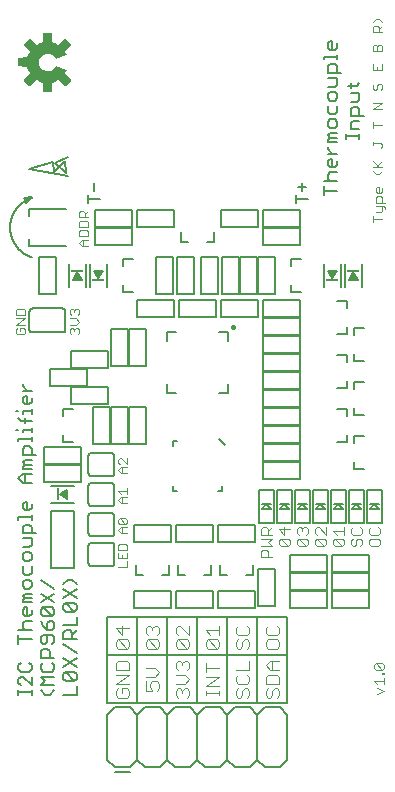
<source format=gbr>
G04 EAGLE Gerber RS-274X export*
G75*
%MOMM*%
%FSLAX34Y34*%
%LPD*%
%INGTO*%
%IPPOS*%
%AMOC8*
5,1,8,0,0,1.08239X$1,22.5*%
G01*
%ADD10C,0.127000*%
%ADD11C,0.101600*%
%ADD12C,0.076200*%
%ADD13C,0.152400*%
%ADD14C,0.203200*%
%ADD15R,0.200000X1.000000*%
%ADD16R,1.000000X0.200000*%
%ADD17C,0.254000*%

G36*
X-123922Y228813D02*
X-123922Y228813D01*
X-123890Y228811D01*
X-123839Y228833D01*
X-123784Y228845D01*
X-123760Y228866D01*
X-123730Y228878D01*
X-123694Y228920D01*
X-123651Y228955D01*
X-123638Y228985D01*
X-123617Y229009D01*
X-123596Y229078D01*
X-123580Y229114D01*
X-123580Y229129D01*
X-123575Y229148D01*
X-122781Y236967D01*
X-120307Y237759D01*
X-120284Y237772D01*
X-120249Y237783D01*
X-117939Y238972D01*
X-111848Y234005D01*
X-111820Y233991D01*
X-111796Y233970D01*
X-111743Y233954D01*
X-111693Y233929D01*
X-111661Y233929D01*
X-111630Y233920D01*
X-111575Y233930D01*
X-111519Y233930D01*
X-111491Y233945D01*
X-111459Y233950D01*
X-111400Y233990D01*
X-111365Y234008D01*
X-111355Y234020D01*
X-111339Y234031D01*
X-107031Y238339D01*
X-107014Y238366D01*
X-106990Y238387D01*
X-106969Y238439D01*
X-106940Y238486D01*
X-106937Y238518D01*
X-106925Y238548D01*
X-106929Y238603D01*
X-106923Y238659D01*
X-106935Y238689D01*
X-106937Y238721D01*
X-106971Y238784D01*
X-106985Y238821D01*
X-106996Y238831D01*
X-107005Y238848D01*
X-111972Y244939D01*
X-110782Y247248D01*
X-110766Y247312D01*
X-110743Y247375D01*
X-110745Y247396D01*
X-110740Y247416D01*
X-110754Y247481D01*
X-110761Y247547D01*
X-110772Y247565D01*
X-110777Y247585D01*
X-110818Y247637D01*
X-110854Y247693D01*
X-110873Y247706D01*
X-110885Y247721D01*
X-110920Y247737D01*
X-110974Y247773D01*
X-119636Y251361D01*
X-119669Y251367D01*
X-119698Y251381D01*
X-119753Y251380D01*
X-119807Y251389D01*
X-119839Y251380D01*
X-119871Y251380D01*
X-119920Y251355D01*
X-119973Y251339D01*
X-119997Y251316D01*
X-120026Y251302D01*
X-120071Y251247D01*
X-120099Y251220D01*
X-120105Y251205D01*
X-120117Y251189D01*
X-120822Y249871D01*
X-121746Y248745D01*
X-122872Y247821D01*
X-124156Y247135D01*
X-125550Y246712D01*
X-126999Y246569D01*
X-128518Y246726D01*
X-129971Y247189D01*
X-131300Y247940D01*
X-132447Y248946D01*
X-133364Y250165D01*
X-134014Y251546D01*
X-134367Y253030D01*
X-134410Y254555D01*
X-134140Y256057D01*
X-133570Y257472D01*
X-132722Y258740D01*
X-131633Y259809D01*
X-130349Y260633D01*
X-128923Y261177D01*
X-127417Y261419D01*
X-125893Y261347D01*
X-124415Y260966D01*
X-123047Y260292D01*
X-121845Y259352D01*
X-120861Y258186D01*
X-120117Y256809D01*
X-120096Y256786D01*
X-120082Y256757D01*
X-120039Y256721D01*
X-120002Y256680D01*
X-119972Y256668D01*
X-119948Y256648D01*
X-119893Y256635D01*
X-119841Y256614D01*
X-119809Y256617D01*
X-119778Y256610D01*
X-119707Y256624D01*
X-119668Y256627D01*
X-119655Y256635D01*
X-119636Y256639D01*
X-110974Y260227D01*
X-110920Y260266D01*
X-110863Y260298D01*
X-110851Y260315D01*
X-110834Y260328D01*
X-110803Y260386D01*
X-110765Y260441D01*
X-110762Y260462D01*
X-110752Y260481D01*
X-110751Y260547D01*
X-110741Y260613D01*
X-110748Y260636D01*
X-110747Y260654D01*
X-110764Y260689D01*
X-110782Y260752D01*
X-111972Y263061D01*
X-107005Y269152D01*
X-106991Y269180D01*
X-106970Y269204D01*
X-106954Y269257D01*
X-106929Y269307D01*
X-106929Y269339D01*
X-106920Y269370D01*
X-106930Y269425D01*
X-106930Y269481D01*
X-106945Y269509D01*
X-106950Y269541D01*
X-106990Y269600D01*
X-107008Y269636D01*
X-107020Y269645D01*
X-107031Y269661D01*
X-111339Y273969D01*
X-111366Y273986D01*
X-111387Y274010D01*
X-111439Y274031D01*
X-111486Y274060D01*
X-111518Y274063D01*
X-111548Y274075D01*
X-111603Y274072D01*
X-111659Y274077D01*
X-111689Y274065D01*
X-111721Y274063D01*
X-111784Y274029D01*
X-111821Y274015D01*
X-111831Y274004D01*
X-111848Y273995D01*
X-117939Y269028D01*
X-120249Y270217D01*
X-120261Y270220D01*
X-120268Y270225D01*
X-120283Y270228D01*
X-120307Y270241D01*
X-122781Y271033D01*
X-123575Y278852D01*
X-123585Y278883D01*
X-123586Y278915D01*
X-123613Y278964D01*
X-123631Y279016D01*
X-123654Y279039D01*
X-123669Y279067D01*
X-123715Y279099D01*
X-123754Y279138D01*
X-123785Y279148D01*
X-123811Y279167D01*
X-123881Y279180D01*
X-123919Y279193D01*
X-123934Y279191D01*
X-123953Y279194D01*
X-130047Y279194D01*
X-130078Y279187D01*
X-130110Y279189D01*
X-130161Y279167D01*
X-130216Y279155D01*
X-130240Y279134D01*
X-130270Y279122D01*
X-130306Y279080D01*
X-130349Y279045D01*
X-130362Y279015D01*
X-130383Y278991D01*
X-130404Y278922D01*
X-130420Y278886D01*
X-130420Y278871D01*
X-130425Y278852D01*
X-131219Y271033D01*
X-133693Y270241D01*
X-133716Y270228D01*
X-133751Y270217D01*
X-136061Y269028D01*
X-142152Y273995D01*
X-142180Y274009D01*
X-142204Y274030D01*
X-142257Y274046D01*
X-142307Y274071D01*
X-142339Y274071D01*
X-142370Y274080D01*
X-142425Y274070D01*
X-142481Y274070D01*
X-142509Y274055D01*
X-142541Y274050D01*
X-142600Y274010D01*
X-142636Y273992D01*
X-142645Y273980D01*
X-142661Y273969D01*
X-146969Y269661D01*
X-146986Y269634D01*
X-147010Y269613D01*
X-147031Y269561D01*
X-147060Y269514D01*
X-147063Y269482D01*
X-147075Y269452D01*
X-147072Y269397D01*
X-147077Y269341D01*
X-147065Y269311D01*
X-147063Y269279D01*
X-147029Y269216D01*
X-147015Y269179D01*
X-147004Y269169D01*
X-146995Y269152D01*
X-142028Y263061D01*
X-143217Y260751D01*
X-143224Y260725D01*
X-143241Y260693D01*
X-144033Y258219D01*
X-151852Y257425D01*
X-151883Y257415D01*
X-151915Y257414D01*
X-151964Y257387D01*
X-152016Y257369D01*
X-152039Y257346D01*
X-152067Y257331D01*
X-152099Y257285D01*
X-152138Y257246D01*
X-152148Y257215D01*
X-152167Y257189D01*
X-152180Y257119D01*
X-152193Y257081D01*
X-152191Y257066D01*
X-152194Y257047D01*
X-152194Y250953D01*
X-152187Y250922D01*
X-152189Y250890D01*
X-152167Y250839D01*
X-152155Y250784D01*
X-152134Y250760D01*
X-152122Y250730D01*
X-152080Y250694D01*
X-152045Y250651D01*
X-152015Y250638D01*
X-151991Y250617D01*
X-151922Y250596D01*
X-151886Y250580D01*
X-151871Y250580D01*
X-151852Y250575D01*
X-144033Y249781D01*
X-143241Y247307D01*
X-143228Y247284D01*
X-143217Y247249D01*
X-142028Y244939D01*
X-146995Y238848D01*
X-147009Y238820D01*
X-147030Y238796D01*
X-147046Y238743D01*
X-147071Y238693D01*
X-147071Y238661D01*
X-147080Y238630D01*
X-147070Y238575D01*
X-147070Y238519D01*
X-147055Y238491D01*
X-147050Y238459D01*
X-147010Y238400D01*
X-146992Y238365D01*
X-146980Y238355D01*
X-146969Y238339D01*
X-142661Y234031D01*
X-142634Y234014D01*
X-142613Y233990D01*
X-142561Y233969D01*
X-142514Y233940D01*
X-142482Y233937D01*
X-142452Y233925D01*
X-142397Y233929D01*
X-142341Y233923D01*
X-142311Y233935D01*
X-142279Y233937D01*
X-142216Y233971D01*
X-142179Y233985D01*
X-142169Y233996D01*
X-142152Y234005D01*
X-136061Y238972D01*
X-133751Y237783D01*
X-133725Y237776D01*
X-133693Y237759D01*
X-131219Y236967D01*
X-130425Y229148D01*
X-130415Y229117D01*
X-130414Y229085D01*
X-130387Y229036D01*
X-130369Y228984D01*
X-130346Y228961D01*
X-130331Y228933D01*
X-130285Y228901D01*
X-130246Y228862D01*
X-130215Y228852D01*
X-130189Y228833D01*
X-130119Y228820D01*
X-130081Y228807D01*
X-130066Y228809D01*
X-130047Y228806D01*
X-123953Y228806D01*
X-123922Y228813D01*
G37*
G36*
X-83704Y71655D02*
X-83704Y71655D01*
X-83677Y71655D01*
X-83566Y71687D01*
X-83453Y71713D01*
X-83430Y71726D01*
X-83404Y71734D01*
X-83306Y71796D01*
X-83205Y71852D01*
X-83189Y71870D01*
X-83164Y71885D01*
X-82979Y72093D01*
X-82975Y72097D01*
X-80975Y75097D01*
X-80944Y75161D01*
X-80905Y75221D01*
X-80883Y75289D01*
X-80852Y75353D01*
X-80840Y75424D01*
X-80819Y75492D01*
X-80817Y75563D01*
X-80805Y75634D01*
X-80813Y75705D01*
X-80811Y75776D01*
X-80829Y75845D01*
X-80838Y75916D01*
X-80865Y75982D01*
X-80883Y76051D01*
X-80920Y76112D01*
X-80947Y76178D01*
X-80992Y76234D01*
X-81029Y76296D01*
X-81080Y76345D01*
X-81125Y76400D01*
X-81184Y76441D01*
X-81236Y76490D01*
X-81299Y76523D01*
X-81357Y76564D01*
X-81425Y76587D01*
X-81489Y76620D01*
X-81548Y76630D01*
X-81626Y76657D01*
X-81745Y76663D01*
X-81820Y76675D01*
X-85820Y76675D01*
X-85891Y76665D01*
X-85963Y76665D01*
X-86031Y76645D01*
X-86102Y76635D01*
X-86167Y76606D01*
X-86236Y76586D01*
X-86296Y76548D01*
X-86361Y76519D01*
X-86416Y76473D01*
X-86476Y76435D01*
X-86524Y76382D01*
X-86578Y76336D01*
X-86618Y76276D01*
X-86665Y76222D01*
X-86696Y76158D01*
X-86736Y76099D01*
X-86757Y76031D01*
X-86788Y75966D01*
X-86800Y75896D01*
X-86821Y75828D01*
X-86823Y75756D01*
X-86835Y75686D01*
X-86827Y75615D01*
X-86829Y75544D01*
X-86810Y75474D01*
X-86802Y75403D01*
X-86777Y75348D01*
X-86757Y75269D01*
X-86696Y75166D01*
X-86665Y75097D01*
X-84665Y72097D01*
X-84588Y72010D01*
X-84515Y71920D01*
X-84493Y71905D01*
X-84475Y71885D01*
X-84378Y71823D01*
X-84283Y71756D01*
X-84257Y71748D01*
X-84235Y71733D01*
X-84124Y71701D01*
X-84014Y71663D01*
X-83987Y71662D01*
X-83962Y71655D01*
X-83846Y71655D01*
X-83730Y71649D01*
X-83704Y71655D01*
G37*
G36*
X114416Y71655D02*
X114416Y71655D01*
X114443Y71655D01*
X114554Y71687D01*
X114667Y71713D01*
X114690Y71726D01*
X114716Y71734D01*
X114814Y71796D01*
X114915Y71852D01*
X114931Y71870D01*
X114956Y71885D01*
X115141Y72093D01*
X115145Y72097D01*
X117145Y75097D01*
X117176Y75161D01*
X117216Y75221D01*
X117237Y75289D01*
X117268Y75353D01*
X117280Y75424D01*
X117301Y75492D01*
X117303Y75563D01*
X117315Y75634D01*
X117307Y75705D01*
X117309Y75776D01*
X117291Y75845D01*
X117282Y75916D01*
X117255Y75982D01*
X117237Y76051D01*
X117200Y76112D01*
X117173Y76178D01*
X117128Y76234D01*
X117092Y76296D01*
X117040Y76345D01*
X116995Y76400D01*
X116937Y76441D01*
X116884Y76490D01*
X116821Y76523D01*
X116763Y76564D01*
X116695Y76587D01*
X116631Y76620D01*
X116572Y76630D01*
X116494Y76657D01*
X116375Y76663D01*
X116300Y76675D01*
X112300Y76675D01*
X112229Y76665D01*
X112157Y76665D01*
X112089Y76645D01*
X112019Y76635D01*
X111953Y76606D01*
X111884Y76586D01*
X111824Y76548D01*
X111759Y76519D01*
X111704Y76473D01*
X111644Y76435D01*
X111596Y76382D01*
X111542Y76336D01*
X111502Y76276D01*
X111455Y76222D01*
X111424Y76158D01*
X111385Y76099D01*
X111363Y76031D01*
X111332Y75966D01*
X111320Y75896D01*
X111299Y75828D01*
X111297Y75756D01*
X111285Y75686D01*
X111293Y75615D01*
X111291Y75544D01*
X111310Y75474D01*
X111318Y75403D01*
X111343Y75348D01*
X111363Y75269D01*
X111424Y75166D01*
X111455Y75097D01*
X113455Y72097D01*
X113532Y72010D01*
X113605Y71920D01*
X113627Y71905D01*
X113645Y71885D01*
X113742Y71823D01*
X113837Y71756D01*
X113863Y71748D01*
X113885Y71733D01*
X113996Y71701D01*
X114106Y71663D01*
X114133Y71662D01*
X114158Y71655D01*
X114274Y71655D01*
X114390Y71649D01*
X114416Y71655D01*
G37*
G36*
X-99529Y70655D02*
X-99529Y70655D01*
X-99457Y70655D01*
X-99389Y70675D01*
X-99319Y70685D01*
X-99253Y70714D01*
X-99184Y70734D01*
X-99124Y70772D01*
X-99059Y70801D01*
X-99004Y70847D01*
X-98944Y70885D01*
X-98896Y70939D01*
X-98842Y70985D01*
X-98802Y71044D01*
X-98755Y71098D01*
X-98724Y71162D01*
X-98685Y71221D01*
X-98663Y71290D01*
X-98632Y71354D01*
X-98620Y71424D01*
X-98599Y71492D01*
X-98597Y71564D01*
X-98585Y71635D01*
X-98593Y71705D01*
X-98591Y71776D01*
X-98610Y71846D01*
X-98618Y71917D01*
X-98643Y71972D01*
X-98663Y72051D01*
X-98724Y72154D01*
X-98755Y72223D01*
X-100755Y75223D01*
X-100832Y75310D01*
X-100905Y75400D01*
X-100927Y75415D01*
X-100945Y75435D01*
X-101042Y75497D01*
X-101137Y75564D01*
X-101163Y75572D01*
X-101185Y75587D01*
X-101296Y75619D01*
X-101406Y75657D01*
X-101433Y75658D01*
X-101458Y75665D01*
X-101574Y75665D01*
X-101690Y75671D01*
X-101716Y75665D01*
X-101743Y75665D01*
X-101854Y75633D01*
X-101967Y75607D01*
X-101990Y75594D01*
X-102016Y75586D01*
X-102114Y75524D01*
X-102215Y75468D01*
X-102231Y75450D01*
X-102256Y75435D01*
X-102441Y75227D01*
X-102445Y75223D01*
X-104445Y72223D01*
X-104476Y72159D01*
X-104516Y72099D01*
X-104537Y72031D01*
X-104568Y71967D01*
X-104580Y71896D01*
X-104601Y71828D01*
X-104603Y71757D01*
X-104615Y71687D01*
X-104607Y71615D01*
X-104609Y71544D01*
X-104591Y71475D01*
X-104582Y71404D01*
X-104555Y71338D01*
X-104537Y71269D01*
X-104500Y71208D01*
X-104473Y71142D01*
X-104428Y71086D01*
X-104392Y71024D01*
X-104340Y70975D01*
X-104295Y70920D01*
X-104237Y70879D01*
X-104184Y70830D01*
X-104121Y70797D01*
X-104063Y70756D01*
X-103995Y70733D01*
X-103931Y70700D01*
X-103872Y70690D01*
X-103794Y70663D01*
X-103675Y70657D01*
X-103600Y70645D01*
X-99600Y70645D01*
X-99529Y70655D01*
G37*
G36*
X134151Y70655D02*
X134151Y70655D01*
X134223Y70655D01*
X134291Y70675D01*
X134362Y70685D01*
X134427Y70714D01*
X134496Y70734D01*
X134556Y70772D01*
X134621Y70801D01*
X134676Y70847D01*
X134736Y70885D01*
X134784Y70939D01*
X134838Y70985D01*
X134878Y71044D01*
X134925Y71098D01*
X134956Y71162D01*
X134996Y71221D01*
X135017Y71290D01*
X135048Y71354D01*
X135060Y71424D01*
X135081Y71492D01*
X135083Y71564D01*
X135095Y71635D01*
X135087Y71705D01*
X135089Y71776D01*
X135070Y71846D01*
X135062Y71917D01*
X135037Y71972D01*
X135017Y72051D01*
X134956Y72154D01*
X134925Y72223D01*
X132925Y75223D01*
X132848Y75310D01*
X132775Y75400D01*
X132753Y75415D01*
X132735Y75435D01*
X132638Y75497D01*
X132543Y75564D01*
X132517Y75572D01*
X132495Y75587D01*
X132384Y75619D01*
X132274Y75657D01*
X132247Y75658D01*
X132222Y75665D01*
X132106Y75665D01*
X131990Y75671D01*
X131964Y75665D01*
X131937Y75665D01*
X131826Y75633D01*
X131713Y75607D01*
X131690Y75594D01*
X131664Y75586D01*
X131566Y75524D01*
X131465Y75468D01*
X131449Y75450D01*
X131424Y75435D01*
X131239Y75227D01*
X131235Y75223D01*
X129235Y72223D01*
X129204Y72159D01*
X129165Y72099D01*
X129143Y72031D01*
X129112Y71967D01*
X129100Y71896D01*
X129079Y71828D01*
X129077Y71757D01*
X129065Y71687D01*
X129073Y71615D01*
X129071Y71544D01*
X129089Y71475D01*
X129098Y71404D01*
X129125Y71338D01*
X129143Y71269D01*
X129180Y71208D01*
X129207Y71142D01*
X129252Y71086D01*
X129289Y71024D01*
X129340Y70975D01*
X129385Y70920D01*
X129444Y70879D01*
X129496Y70830D01*
X129559Y70797D01*
X129617Y70756D01*
X129685Y70733D01*
X129749Y70700D01*
X129808Y70690D01*
X129886Y70663D01*
X130005Y70657D01*
X130080Y70645D01*
X134080Y70645D01*
X134151Y70655D01*
G37*
G36*
X-112255Y-114767D02*
X-112255Y-114767D01*
X-112184Y-114769D01*
X-112115Y-114751D01*
X-112044Y-114742D01*
X-111978Y-114715D01*
X-111909Y-114697D01*
X-111848Y-114660D01*
X-111782Y-114633D01*
X-111726Y-114588D01*
X-111664Y-114552D01*
X-111615Y-114500D01*
X-111560Y-114455D01*
X-111519Y-114397D01*
X-111470Y-114344D01*
X-111437Y-114281D01*
X-111396Y-114223D01*
X-111373Y-114155D01*
X-111340Y-114091D01*
X-111330Y-114032D01*
X-111303Y-113954D01*
X-111297Y-113835D01*
X-111285Y-113760D01*
X-111285Y-109760D01*
X-111295Y-109689D01*
X-111295Y-109617D01*
X-111315Y-109549D01*
X-111325Y-109479D01*
X-111354Y-109413D01*
X-111374Y-109344D01*
X-111412Y-109284D01*
X-111441Y-109219D01*
X-111487Y-109164D01*
X-111525Y-109104D01*
X-111579Y-109056D01*
X-111625Y-109002D01*
X-111684Y-108962D01*
X-111738Y-108915D01*
X-111802Y-108884D01*
X-111861Y-108845D01*
X-111930Y-108823D01*
X-111994Y-108792D01*
X-112064Y-108780D01*
X-112132Y-108759D01*
X-112204Y-108757D01*
X-112275Y-108745D01*
X-112345Y-108753D01*
X-112416Y-108751D01*
X-112486Y-108770D01*
X-112557Y-108778D01*
X-112612Y-108803D01*
X-112691Y-108823D01*
X-112794Y-108884D01*
X-112863Y-108915D01*
X-115863Y-110915D01*
X-115950Y-110992D01*
X-116040Y-111065D01*
X-116055Y-111087D01*
X-116075Y-111105D01*
X-116137Y-111202D01*
X-116204Y-111297D01*
X-116212Y-111323D01*
X-116227Y-111345D01*
X-116259Y-111456D01*
X-116297Y-111566D01*
X-116298Y-111593D01*
X-116305Y-111618D01*
X-116305Y-111734D01*
X-116311Y-111850D01*
X-116305Y-111876D01*
X-116305Y-111903D01*
X-116273Y-112014D01*
X-116247Y-112127D01*
X-116234Y-112150D01*
X-116226Y-112176D01*
X-116164Y-112274D01*
X-116108Y-112375D01*
X-116090Y-112391D01*
X-116075Y-112416D01*
X-115867Y-112601D01*
X-115863Y-112605D01*
X-112863Y-114605D01*
X-112799Y-114636D01*
X-112739Y-114676D01*
X-112671Y-114697D01*
X-112607Y-114728D01*
X-112536Y-114740D01*
X-112468Y-114761D01*
X-112397Y-114763D01*
X-112327Y-114775D01*
X-112255Y-114767D01*
G37*
D10*
X-82550Y138280D02*
X-92719Y138280D01*
X-92719Y134890D02*
X-92719Y141670D01*
X-87634Y145415D02*
X-87634Y152194D01*
X83811Y138280D02*
X93980Y138280D01*
X83811Y134890D02*
X83811Y141670D01*
X88896Y145415D02*
X88896Y152194D01*
X92285Y148805D02*
X85506Y148805D01*
D11*
X-92583Y98436D02*
X-97837Y98436D01*
X-100464Y101063D01*
X-97837Y103690D01*
X-92583Y103690D01*
X-96523Y103690D02*
X-96523Y98436D01*
X-92583Y106622D02*
X-100464Y106622D01*
X-92583Y106622D02*
X-92583Y110563D01*
X-93896Y111876D01*
X-99150Y111876D01*
X-100464Y110563D01*
X-100464Y106622D01*
X-100464Y114808D02*
X-92583Y114808D01*
X-92583Y118748D01*
X-93896Y120062D01*
X-99150Y120062D01*
X-100464Y118748D01*
X-100464Y114808D01*
X-100464Y122994D02*
X-92583Y122994D01*
X-100464Y122994D02*
X-100464Y126934D01*
X-99150Y128248D01*
X-96523Y128248D01*
X-95210Y126934D01*
X-95210Y122994D01*
X-95210Y125621D02*
X-92583Y128248D01*
D12*
X53713Y-164719D02*
X63119Y-164719D01*
X53713Y-164719D02*
X53713Y-160016D01*
X55281Y-158448D01*
X58416Y-158448D01*
X59984Y-160016D01*
X59984Y-164719D01*
X63119Y-155364D02*
X53713Y-155364D01*
X59984Y-152228D02*
X63119Y-155364D01*
X59984Y-152228D02*
X63119Y-149093D01*
X53713Y-149093D01*
X53713Y-146009D02*
X63119Y-146009D01*
X53713Y-146009D02*
X53713Y-141306D01*
X55281Y-139738D01*
X58416Y-139738D01*
X59984Y-141306D01*
X59984Y-146009D01*
X59984Y-142873D02*
X63119Y-139738D01*
X70521Y-155364D02*
X76791Y-155364D01*
X70521Y-155364D02*
X68953Y-153796D01*
X68953Y-150661D01*
X70521Y-149093D01*
X76791Y-149093D01*
X78359Y-150661D01*
X78359Y-153796D01*
X76791Y-155364D01*
X70521Y-149093D01*
X68953Y-141306D02*
X78359Y-141306D01*
X73656Y-146009D02*
X68953Y-141306D01*
X73656Y-139738D02*
X73656Y-146009D01*
X85761Y-155364D02*
X92031Y-155364D01*
X85761Y-155364D02*
X84193Y-153796D01*
X84193Y-150661D01*
X85761Y-149093D01*
X92031Y-149093D01*
X93599Y-150661D01*
X93599Y-153796D01*
X92031Y-155364D01*
X85761Y-149093D01*
X85761Y-146009D02*
X84193Y-144441D01*
X84193Y-141306D01*
X85761Y-139738D01*
X87328Y-139738D01*
X88896Y-141306D01*
X88896Y-142873D01*
X88896Y-141306D02*
X90464Y-139738D01*
X92031Y-139738D01*
X93599Y-141306D01*
X93599Y-144441D01*
X92031Y-146009D01*
X101001Y-155364D02*
X107271Y-155364D01*
X101001Y-155364D02*
X99433Y-153796D01*
X99433Y-150661D01*
X101001Y-149093D01*
X107271Y-149093D01*
X108839Y-150661D01*
X108839Y-153796D01*
X107271Y-155364D01*
X101001Y-149093D01*
X108839Y-146009D02*
X108839Y-139738D01*
X108839Y-146009D02*
X102568Y-139738D01*
X101001Y-139738D01*
X99433Y-141306D01*
X99433Y-144441D01*
X101001Y-146009D01*
X116241Y-155364D02*
X122511Y-155364D01*
X116241Y-155364D02*
X114673Y-153796D01*
X114673Y-150661D01*
X116241Y-149093D01*
X122511Y-149093D01*
X124079Y-150661D01*
X124079Y-153796D01*
X122511Y-155364D01*
X116241Y-149093D01*
X117808Y-146009D02*
X114673Y-142873D01*
X124079Y-142873D01*
X124079Y-139738D02*
X124079Y-146009D01*
X129913Y-150661D02*
X131481Y-149093D01*
X129913Y-150661D02*
X129913Y-153796D01*
X131481Y-155364D01*
X133048Y-155364D01*
X134616Y-153796D01*
X134616Y-150661D01*
X136184Y-149093D01*
X137751Y-149093D01*
X139319Y-150661D01*
X139319Y-153796D01*
X137751Y-155364D01*
X129913Y-141306D02*
X131481Y-139738D01*
X129913Y-141306D02*
X129913Y-144441D01*
X131481Y-146009D01*
X137751Y-146009D01*
X139319Y-144441D01*
X139319Y-141306D01*
X137751Y-139738D01*
X145153Y-150661D02*
X145153Y-153796D01*
X146721Y-155364D01*
X152991Y-155364D01*
X154559Y-153796D01*
X154559Y-150661D01*
X152991Y-149093D01*
X146721Y-149093D01*
X145153Y-150661D01*
X145153Y-141306D02*
X146721Y-139738D01*
X145153Y-141306D02*
X145153Y-144441D01*
X146721Y-146009D01*
X152991Y-146009D01*
X154559Y-144441D01*
X154559Y-141306D01*
X152991Y-139738D01*
X-59817Y-93463D02*
X-64732Y-93463D01*
X-67189Y-91006D01*
X-64732Y-88548D01*
X-59817Y-88548D01*
X-63503Y-88548D02*
X-63503Y-93463D01*
X-59817Y-85979D02*
X-59817Y-81064D01*
X-59817Y-85979D02*
X-64732Y-81064D01*
X-65961Y-81064D01*
X-67189Y-82293D01*
X-67189Y-84750D01*
X-65961Y-85979D01*
X-64732Y-118863D02*
X-59817Y-118863D01*
X-64732Y-118863D02*
X-67189Y-116406D01*
X-64732Y-113948D01*
X-59817Y-113948D01*
X-63503Y-113948D02*
X-63503Y-118863D01*
X-64732Y-111379D02*
X-67189Y-108922D01*
X-59817Y-108922D01*
X-59817Y-111379D02*
X-59817Y-106464D01*
X-59817Y-144263D02*
X-64732Y-144263D01*
X-67189Y-141806D01*
X-64732Y-139348D01*
X-59817Y-139348D01*
X-63503Y-139348D02*
X-63503Y-144263D01*
X-61046Y-136779D02*
X-65961Y-136779D01*
X-67189Y-135550D01*
X-67189Y-133093D01*
X-65961Y-131864D01*
X-61046Y-131864D01*
X-59817Y-133093D01*
X-59817Y-135550D01*
X-61046Y-136779D01*
X-65961Y-131864D01*
X-67189Y-173405D02*
X-59817Y-173405D01*
X-59817Y-168490D01*
X-67189Y-165921D02*
X-67189Y-161006D01*
X-67189Y-165921D02*
X-59817Y-165921D01*
X-59817Y-161006D01*
X-63503Y-163464D02*
X-63503Y-165921D01*
X-67189Y-158437D02*
X-59817Y-158437D01*
X-59817Y-154751D01*
X-61046Y-153522D01*
X-65961Y-153522D01*
X-67189Y-154751D01*
X-67189Y-158437D01*
D11*
X-67403Y-242326D02*
X-59607Y-242326D01*
X-67403Y-242326D02*
X-69352Y-240377D01*
X-69352Y-236479D01*
X-67403Y-234530D01*
X-59607Y-234530D01*
X-57658Y-236479D01*
X-57658Y-240377D01*
X-59607Y-242326D01*
X-67403Y-234530D01*
X-69352Y-224785D02*
X-57658Y-224785D01*
X-63505Y-230632D02*
X-69352Y-224785D01*
X-63505Y-222836D02*
X-63505Y-230632D01*
X-42003Y-242326D02*
X-34207Y-242326D01*
X-42003Y-242326D02*
X-43952Y-240377D01*
X-43952Y-236479D01*
X-42003Y-234530D01*
X-34207Y-234530D01*
X-32258Y-236479D01*
X-32258Y-240377D01*
X-34207Y-242326D01*
X-42003Y-234530D01*
X-42003Y-230632D02*
X-43952Y-228683D01*
X-43952Y-224785D01*
X-42003Y-222836D01*
X-40054Y-222836D01*
X-38105Y-224785D01*
X-38105Y-226734D01*
X-38105Y-224785D02*
X-36156Y-222836D01*
X-34207Y-222836D01*
X-32258Y-224785D01*
X-32258Y-228683D01*
X-34207Y-230632D01*
X-16603Y-242326D02*
X-8807Y-242326D01*
X-16603Y-242326D02*
X-18552Y-240377D01*
X-18552Y-236479D01*
X-16603Y-234530D01*
X-8807Y-234530D01*
X-6858Y-236479D01*
X-6858Y-240377D01*
X-8807Y-242326D01*
X-16603Y-234530D01*
X-6858Y-230632D02*
X-6858Y-222836D01*
X-6858Y-230632D02*
X-14654Y-222836D01*
X-16603Y-222836D01*
X-18552Y-224785D01*
X-18552Y-228683D01*
X-16603Y-230632D01*
X8797Y-242326D02*
X16593Y-242326D01*
X8797Y-242326D02*
X6848Y-240377D01*
X6848Y-236479D01*
X8797Y-234530D01*
X16593Y-234530D01*
X18542Y-236479D01*
X18542Y-240377D01*
X16593Y-242326D01*
X8797Y-234530D01*
X10746Y-230632D02*
X6848Y-226734D01*
X18542Y-226734D01*
X18542Y-230632D02*
X18542Y-222836D01*
X32248Y-236479D02*
X34197Y-234530D01*
X32248Y-236479D02*
X32248Y-240377D01*
X34197Y-242326D01*
X36146Y-242326D01*
X38095Y-240377D01*
X38095Y-236479D01*
X40044Y-234530D01*
X41993Y-234530D01*
X43942Y-236479D01*
X43942Y-240377D01*
X41993Y-242326D01*
X32248Y-224785D02*
X34197Y-222836D01*
X32248Y-224785D02*
X32248Y-228683D01*
X34197Y-230632D01*
X41993Y-230632D01*
X43942Y-228683D01*
X43942Y-224785D01*
X41993Y-222836D01*
X57648Y-236479D02*
X57648Y-240377D01*
X59597Y-242326D01*
X67393Y-242326D01*
X69342Y-240377D01*
X69342Y-236479D01*
X67393Y-234530D01*
X59597Y-234530D01*
X57648Y-236479D01*
X57648Y-224785D02*
X59597Y-222836D01*
X57648Y-224785D02*
X57648Y-228683D01*
X59597Y-230632D01*
X67393Y-230632D01*
X69342Y-228683D01*
X69342Y-224785D01*
X67393Y-222836D01*
X-67403Y-275937D02*
X-69352Y-277886D01*
X-69352Y-281784D01*
X-67403Y-283733D01*
X-59607Y-283733D01*
X-57658Y-281784D01*
X-57658Y-277886D01*
X-59607Y-275937D01*
X-63505Y-275937D01*
X-63505Y-279835D01*
X-57658Y-272039D02*
X-69352Y-272039D01*
X-57658Y-264243D01*
X-69352Y-264243D01*
X-69352Y-260345D02*
X-57658Y-260345D01*
X-57658Y-254498D01*
X-59607Y-252549D01*
X-67403Y-252549D01*
X-69352Y-254498D01*
X-69352Y-260345D01*
X-43952Y-270090D02*
X-43952Y-277886D01*
X-38105Y-277886D01*
X-40054Y-273988D01*
X-40054Y-272039D01*
X-38105Y-270090D01*
X-34207Y-270090D01*
X-32258Y-272039D01*
X-32258Y-275937D01*
X-34207Y-277886D01*
X-36156Y-266192D02*
X-43952Y-266192D01*
X-36156Y-266192D02*
X-32258Y-262294D01*
X-36156Y-258396D01*
X-43952Y-258396D01*
X-18552Y-281784D02*
X-16603Y-283733D01*
X-18552Y-281784D02*
X-18552Y-277886D01*
X-16603Y-275937D01*
X-14654Y-275937D01*
X-12705Y-277886D01*
X-12705Y-279835D01*
X-12705Y-277886D02*
X-10756Y-275937D01*
X-8807Y-275937D01*
X-6858Y-277886D01*
X-6858Y-281784D01*
X-8807Y-283733D01*
X-10756Y-272039D02*
X-18552Y-272039D01*
X-10756Y-272039D02*
X-6858Y-268141D01*
X-10756Y-264243D01*
X-18552Y-264243D01*
X-16603Y-260345D02*
X-18552Y-258396D01*
X-18552Y-254498D01*
X-16603Y-252549D01*
X-14654Y-252549D01*
X-12705Y-254498D01*
X-12705Y-256447D01*
X-12705Y-254498D02*
X-10756Y-252549D01*
X-8807Y-252549D01*
X-6858Y-254498D01*
X-6858Y-258396D01*
X-8807Y-260345D01*
X18542Y-277886D02*
X18542Y-281784D01*
X18542Y-279835D02*
X6848Y-279835D01*
X6848Y-281784D02*
X6848Y-277886D01*
X6848Y-273988D02*
X18542Y-273988D01*
X18542Y-266192D02*
X6848Y-273988D01*
X6848Y-266192D02*
X18542Y-266192D01*
X18542Y-258396D02*
X6848Y-258396D01*
X6848Y-262294D02*
X6848Y-254498D01*
X32248Y-277886D02*
X34197Y-275937D01*
X32248Y-277886D02*
X32248Y-281784D01*
X34197Y-283733D01*
X36146Y-283733D01*
X38095Y-281784D01*
X38095Y-277886D01*
X40044Y-275937D01*
X41993Y-275937D01*
X43942Y-277886D01*
X43942Y-281784D01*
X41993Y-283733D01*
X32248Y-266192D02*
X34197Y-264243D01*
X32248Y-266192D02*
X32248Y-270090D01*
X34197Y-272039D01*
X41993Y-272039D01*
X43942Y-270090D01*
X43942Y-266192D01*
X41993Y-264243D01*
X43942Y-260345D02*
X32248Y-260345D01*
X43942Y-260345D02*
X43942Y-252549D01*
X59597Y-275937D02*
X57648Y-277886D01*
X57648Y-281784D01*
X59597Y-283733D01*
X61546Y-283733D01*
X63495Y-281784D01*
X63495Y-277886D01*
X65444Y-275937D01*
X67393Y-275937D01*
X69342Y-277886D01*
X69342Y-281784D01*
X67393Y-283733D01*
X69342Y-272039D02*
X57648Y-272039D01*
X69342Y-272039D02*
X69342Y-266192D01*
X67393Y-264243D01*
X59597Y-264243D01*
X57648Y-266192D01*
X57648Y-272039D01*
X61546Y-260345D02*
X69342Y-260345D01*
X61546Y-260345D02*
X57648Y-256447D01*
X61546Y-252549D01*
X69342Y-252549D01*
X63495Y-252549D02*
X63495Y-260345D01*
D13*
X76200Y-247650D02*
X-76200Y-247650D01*
X-50800Y-215900D02*
X-50800Y-288290D01*
X-25400Y-288290D02*
X-25400Y-215900D01*
X0Y-215900D02*
X0Y-288290D01*
X25400Y-288290D02*
X25400Y-215900D01*
X50800Y-215900D02*
X50800Y-288290D01*
X76200Y-288290D02*
X76200Y-215900D01*
X76200Y-288290D02*
X-76200Y-288290D01*
X-76200Y-215900D01*
X76200Y-215900D01*
D10*
X-139700Y88900D02*
X-140317Y89094D01*
X-140928Y89302D01*
X-141535Y89525D01*
X-142136Y89762D01*
X-142730Y90015D01*
X-143319Y90282D01*
X-143901Y90562D01*
X-144476Y90858D01*
X-145043Y91167D01*
X-145603Y91489D01*
X-146155Y91826D01*
X-146698Y92175D01*
X-147233Y92538D01*
X-147759Y92914D01*
X-148275Y93302D01*
X-148782Y93703D01*
X-149279Y94116D01*
X-149766Y94541D01*
X-150242Y94978D01*
X-150707Y95426D01*
X-151162Y95886D01*
X-151605Y96356D01*
X-152036Y96837D01*
X-152456Y97328D01*
X-152863Y97830D01*
X-153258Y98341D01*
X-153641Y98862D01*
X-154011Y99392D01*
X-154367Y99931D01*
X-154711Y100478D01*
X-155041Y101034D01*
X-155357Y101597D01*
X-155660Y102168D01*
X-155949Y102746D01*
X-156223Y103331D01*
X-156483Y103923D01*
X-156729Y104520D01*
X-156960Y105124D01*
X-157176Y105733D01*
X-157377Y106347D01*
X-157564Y106966D01*
X-157735Y107589D01*
X-157891Y108216D01*
X-158031Y108846D01*
X-158156Y109480D01*
X-158266Y110117D01*
X-158360Y110757D01*
X-158439Y111398D01*
X-158502Y112041D01*
X-158549Y112685D01*
X-158580Y113331D01*
X-158596Y113977D01*
X-158596Y114623D01*
X-158580Y115269D01*
X-158549Y115915D01*
X-158502Y116559D01*
X-158439Y117202D01*
X-158360Y117843D01*
X-158266Y118483D01*
X-158156Y119120D01*
X-158031Y119754D01*
X-157891Y120384D01*
X-157735Y121011D01*
X-157564Y121634D01*
X-157377Y122253D01*
X-157176Y122867D01*
X-156960Y123476D01*
X-156729Y124080D01*
X-156483Y124677D01*
X-156223Y125269D01*
X-155949Y125854D01*
X-155660Y126432D01*
X-155357Y127003D01*
X-155041Y127566D01*
X-154711Y128122D01*
X-154367Y128669D01*
X-154011Y129208D01*
X-153641Y129738D01*
X-153258Y130259D01*
X-152863Y130770D01*
X-152456Y131272D01*
X-152036Y131763D01*
X-151605Y132244D01*
X-151162Y132714D01*
X-150707Y133174D01*
X-150242Y133622D01*
X-149766Y134059D01*
X-149279Y134484D01*
X-148782Y134897D01*
X-148275Y135298D01*
X-147759Y135686D01*
X-147233Y136062D01*
X-146698Y136425D01*
X-146155Y136774D01*
X-145603Y137111D01*
X-145043Y137433D01*
X-144476Y137742D01*
X-143901Y138038D01*
X-143319Y138318D01*
X-142730Y138585D01*
X-142136Y138838D01*
X-141535Y139075D01*
X-140928Y139298D01*
X-140317Y139506D01*
X-139700Y139700D01*
X-144780Y134620D01*
X-147066Y138938D01*
X-139700Y139700D01*
X-144780Y135890D01*
X-146050Y138430D01*
X-144780Y138430D01*
X-144780Y135890D01*
D11*
X-108084Y25103D02*
X-106770Y23789D01*
X-108084Y25103D02*
X-108084Y27730D01*
X-106770Y29043D01*
X-105457Y29043D01*
X-104143Y27730D01*
X-104143Y26416D01*
X-104143Y27730D02*
X-102830Y29043D01*
X-101516Y29043D01*
X-100203Y27730D01*
X-100203Y25103D01*
X-101516Y23789D01*
X-102830Y31975D02*
X-108084Y31975D01*
X-102830Y31975D02*
X-100203Y34602D01*
X-102830Y37229D01*
X-108084Y37229D01*
X-106770Y40161D02*
X-108084Y41474D01*
X-108084Y44101D01*
X-106770Y45415D01*
X-105457Y45415D01*
X-104143Y44101D01*
X-104143Y42788D01*
X-104143Y44101D02*
X-102830Y45415D01*
X-101516Y45415D01*
X-100203Y44101D01*
X-100203Y41474D01*
X-101516Y40161D01*
X-152490Y29043D02*
X-153804Y27730D01*
X-153804Y25103D01*
X-152490Y23789D01*
X-147236Y23789D01*
X-145923Y25103D01*
X-145923Y27730D01*
X-147236Y29043D01*
X-149863Y29043D01*
X-149863Y26416D01*
X-145923Y31975D02*
X-153804Y31975D01*
X-145923Y37229D01*
X-153804Y37229D01*
X-153804Y40161D02*
X-145923Y40161D01*
X-145923Y44101D01*
X-147236Y45415D01*
X-152490Y45415D01*
X-153804Y44101D01*
X-153804Y40161D01*
D13*
X-140462Y-277450D02*
X-140462Y-281178D01*
X-140462Y-279314D02*
X-151648Y-279314D01*
X-151648Y-281178D02*
X-151648Y-277450D01*
X-140462Y-273382D02*
X-140462Y-265925D01*
X-140462Y-273382D02*
X-147919Y-265925D01*
X-149783Y-265925D01*
X-151648Y-267789D01*
X-151648Y-271518D01*
X-149783Y-273382D01*
X-151648Y-256095D02*
X-149783Y-254231D01*
X-151648Y-256095D02*
X-151648Y-259824D01*
X-149783Y-261688D01*
X-142326Y-261688D01*
X-140462Y-259824D01*
X-140462Y-256095D01*
X-142326Y-254231D01*
X-140462Y-234572D02*
X-151648Y-234572D01*
X-151648Y-238300D02*
X-151648Y-230843D01*
X-151648Y-226606D02*
X-140462Y-226606D01*
X-146055Y-226606D02*
X-147919Y-224742D01*
X-147919Y-221013D01*
X-146055Y-219149D01*
X-140462Y-219149D01*
X-140462Y-213048D02*
X-140462Y-209319D01*
X-140462Y-213048D02*
X-142326Y-214912D01*
X-146055Y-214912D01*
X-147919Y-213048D01*
X-147919Y-209319D01*
X-146055Y-207455D01*
X-144191Y-207455D01*
X-144191Y-214912D01*
X-147919Y-203218D02*
X-140462Y-203218D01*
X-147919Y-203218D02*
X-147919Y-201354D01*
X-146055Y-199490D01*
X-140462Y-199490D01*
X-146055Y-199490D02*
X-147919Y-197625D01*
X-146055Y-195761D01*
X-140462Y-195761D01*
X-140462Y-189660D02*
X-140462Y-185932D01*
X-142326Y-184067D01*
X-146055Y-184067D01*
X-147919Y-185932D01*
X-147919Y-189660D01*
X-146055Y-191524D01*
X-142326Y-191524D01*
X-140462Y-189660D01*
X-147919Y-177966D02*
X-147919Y-172373D01*
X-147919Y-177966D02*
X-146055Y-179830D01*
X-142326Y-179830D01*
X-140462Y-177966D01*
X-140462Y-172373D01*
X-140462Y-166272D02*
X-140462Y-162544D01*
X-142326Y-160679D01*
X-146055Y-160679D01*
X-147919Y-162544D01*
X-147919Y-166272D01*
X-146055Y-168136D01*
X-142326Y-168136D01*
X-140462Y-166272D01*
X-142326Y-156442D02*
X-147919Y-156442D01*
X-142326Y-156442D02*
X-140462Y-154578D01*
X-140462Y-148985D01*
X-147919Y-148985D01*
X-147919Y-144748D02*
X-136734Y-144748D01*
X-147919Y-144748D02*
X-147919Y-139156D01*
X-146055Y-137291D01*
X-142326Y-137291D01*
X-140462Y-139156D01*
X-140462Y-144748D01*
X-151648Y-133054D02*
X-151648Y-131190D01*
X-140462Y-131190D01*
X-140462Y-133054D02*
X-140462Y-129326D01*
X-140462Y-123394D02*
X-140462Y-119666D01*
X-140462Y-123394D02*
X-142326Y-125258D01*
X-146055Y-125258D01*
X-147919Y-123394D01*
X-147919Y-119666D01*
X-146055Y-117801D01*
X-144191Y-117801D01*
X-144191Y-125258D01*
X-140462Y-101871D02*
X-147919Y-101871D01*
X-151648Y-98142D01*
X-147919Y-94413D01*
X-140462Y-94413D01*
X-146055Y-94413D02*
X-146055Y-101871D01*
X-147919Y-90177D02*
X-140462Y-90177D01*
X-147919Y-90177D02*
X-147919Y-88312D01*
X-146055Y-86448D01*
X-140462Y-86448D01*
X-146055Y-86448D02*
X-147919Y-84584D01*
X-146055Y-82720D01*
X-140462Y-82720D01*
X-136734Y-78483D02*
X-147919Y-78483D01*
X-147919Y-72890D01*
X-146055Y-71026D01*
X-142326Y-71026D01*
X-140462Y-72890D01*
X-140462Y-78483D01*
X-151648Y-66789D02*
X-151648Y-64924D01*
X-140462Y-64924D01*
X-140462Y-63060D02*
X-140462Y-66789D01*
X-147919Y-58993D02*
X-147919Y-57128D01*
X-140462Y-57128D01*
X-140462Y-55264D02*
X-140462Y-58993D01*
X-151648Y-57128D02*
X-153512Y-57128D01*
X-149783Y-49332D02*
X-140462Y-49332D01*
X-149783Y-49332D02*
X-151648Y-47468D01*
X-146055Y-47468D02*
X-146055Y-51197D01*
X-147919Y-43401D02*
X-147919Y-41536D01*
X-140462Y-41536D01*
X-140462Y-39672D02*
X-140462Y-43401D01*
X-151648Y-41536D02*
X-153512Y-41536D01*
X-140462Y-33740D02*
X-140462Y-30012D01*
X-140462Y-33740D02*
X-142326Y-35605D01*
X-146055Y-35605D01*
X-147919Y-33740D01*
X-147919Y-30012D01*
X-146055Y-28148D01*
X-144191Y-28148D01*
X-144191Y-35605D01*
X-147919Y-23911D02*
X-140462Y-23911D01*
X-144191Y-23911D02*
X-147919Y-20182D01*
X-147919Y-18318D01*
X-121412Y-277450D02*
X-125141Y-281178D01*
X-128869Y-281178D01*
X-132598Y-277450D01*
X-132598Y-273382D02*
X-121412Y-273382D01*
X-128869Y-269654D02*
X-132598Y-273382D01*
X-128869Y-269654D02*
X-132598Y-265925D01*
X-121412Y-265925D01*
X-132598Y-256095D02*
X-130733Y-254231D01*
X-132598Y-256095D02*
X-132598Y-259824D01*
X-130733Y-261688D01*
X-123276Y-261688D01*
X-121412Y-259824D01*
X-121412Y-256095D01*
X-123276Y-254231D01*
X-121412Y-249994D02*
X-132598Y-249994D01*
X-132598Y-244401D01*
X-130733Y-242537D01*
X-127005Y-242537D01*
X-125141Y-244401D01*
X-125141Y-249994D01*
X-123276Y-238300D02*
X-121412Y-236436D01*
X-121412Y-232707D01*
X-123276Y-230843D01*
X-130733Y-230843D01*
X-132598Y-232707D01*
X-132598Y-236436D01*
X-130733Y-238300D01*
X-128869Y-238300D01*
X-127005Y-236436D01*
X-127005Y-230843D01*
X-130733Y-222878D02*
X-132598Y-219149D01*
X-130733Y-222878D02*
X-127005Y-226606D01*
X-123276Y-226606D01*
X-121412Y-224742D01*
X-121412Y-221013D01*
X-123276Y-219149D01*
X-125141Y-219149D01*
X-127005Y-221013D01*
X-127005Y-226606D01*
X-130733Y-214912D02*
X-123276Y-214912D01*
X-130733Y-214912D02*
X-132598Y-213048D01*
X-132598Y-209319D01*
X-130733Y-207455D01*
X-123276Y-207455D01*
X-121412Y-209319D01*
X-121412Y-213048D01*
X-123276Y-214912D01*
X-130733Y-207455D01*
X-132598Y-203218D02*
X-121412Y-195761D01*
X-121412Y-203218D02*
X-132598Y-195761D01*
X-132598Y-184067D02*
X-121412Y-191524D01*
X-113548Y-281178D02*
X-102362Y-281178D01*
X-102362Y-273721D01*
X-104226Y-269484D02*
X-111683Y-269484D01*
X-113548Y-267620D01*
X-113548Y-263891D01*
X-111683Y-262027D01*
X-104226Y-262027D01*
X-102362Y-263891D01*
X-102362Y-267620D01*
X-104226Y-269484D01*
X-111683Y-262027D01*
X-113548Y-257790D02*
X-102362Y-250333D01*
X-102362Y-257790D02*
X-113548Y-250333D01*
X-113548Y-238639D02*
X-102362Y-246096D01*
X-102362Y-234402D02*
X-113548Y-234402D01*
X-113548Y-228809D01*
X-111683Y-226945D01*
X-107955Y-226945D01*
X-106091Y-228809D01*
X-106091Y-234402D01*
X-106091Y-230674D02*
X-102362Y-226945D01*
X-102362Y-222708D02*
X-113548Y-222708D01*
X-102362Y-222708D02*
X-102362Y-215251D01*
X-104226Y-211014D02*
X-111683Y-211014D01*
X-113548Y-209150D01*
X-113548Y-205421D01*
X-111683Y-203557D01*
X-104226Y-203557D01*
X-102362Y-205421D01*
X-102362Y-209150D01*
X-104226Y-211014D01*
X-111683Y-203557D01*
X-113548Y-199320D02*
X-102362Y-191863D01*
X-102362Y-199320D02*
X-113548Y-191863D01*
X-106091Y-183898D02*
X-102362Y-187626D01*
X-106091Y-183898D02*
X-109819Y-183898D01*
X-113548Y-187626D01*
D11*
X148456Y121560D02*
X156337Y121560D01*
X148456Y118933D02*
X148456Y124187D01*
X151083Y127119D02*
X155024Y127119D01*
X156337Y128432D01*
X156337Y132372D01*
X157650Y132372D02*
X151083Y132372D01*
X157650Y132372D02*
X158964Y131059D01*
X158964Y129746D01*
X158964Y135304D02*
X151083Y135304D01*
X151083Y139245D01*
X152397Y140558D01*
X155024Y140558D01*
X156337Y139245D01*
X156337Y135304D01*
X156337Y144804D02*
X156337Y147431D01*
X156337Y144804D02*
X155024Y143490D01*
X152397Y143490D01*
X151083Y144804D01*
X151083Y147431D01*
X152397Y148744D01*
X153710Y148744D01*
X153710Y143490D01*
X153710Y159862D02*
X156337Y162489D01*
X153710Y159862D02*
X151083Y159862D01*
X148456Y162489D01*
X148456Y165319D02*
X156337Y165319D01*
X153710Y165319D02*
X148456Y170573D01*
X152397Y166632D02*
X156337Y170573D01*
X155024Y181691D02*
X156337Y183004D01*
X156337Y184317D01*
X155024Y185631D01*
X148456Y185631D01*
X148456Y186944D02*
X148456Y184317D01*
X148456Y200689D02*
X156337Y200689D01*
X148456Y198062D02*
X148456Y203316D01*
X148456Y214434D02*
X156337Y214434D01*
X156337Y219687D02*
X148456Y214434D01*
X148456Y219687D02*
X156337Y219687D01*
X148456Y234746D02*
X149770Y236059D01*
X148456Y234746D02*
X148456Y232119D01*
X149770Y230805D01*
X151083Y230805D01*
X152397Y232119D01*
X152397Y234746D01*
X153710Y236059D01*
X155024Y236059D01*
X156337Y234746D01*
X156337Y232119D01*
X155024Y230805D01*
X148456Y247177D02*
X148456Y252431D01*
X148456Y247177D02*
X156337Y247177D01*
X156337Y252431D01*
X152397Y249804D02*
X152397Y247177D01*
X156337Y263548D02*
X148456Y263548D01*
X148456Y267489D01*
X149770Y268802D01*
X151083Y268802D01*
X152397Y267489D01*
X153710Y268802D01*
X155024Y268802D01*
X156337Y267489D01*
X156337Y263548D01*
X152397Y263548D02*
X152397Y267489D01*
X156337Y279920D02*
X148456Y279920D01*
X148456Y283860D01*
X149770Y285174D01*
X152397Y285174D01*
X153710Y283860D01*
X153710Y279920D01*
X153710Y282547D02*
X156337Y285174D01*
X156337Y288106D02*
X153710Y290733D01*
X151083Y290733D01*
X148456Y288106D01*
D13*
X117983Y145530D02*
X106797Y145530D01*
X106797Y141802D02*
X106797Y149259D01*
X106797Y153496D02*
X117983Y153496D01*
X112390Y153496D02*
X110526Y155360D01*
X110526Y159088D01*
X112390Y160953D01*
X117983Y160953D01*
X117983Y167054D02*
X117983Y170782D01*
X117983Y167054D02*
X116119Y165189D01*
X112390Y165189D01*
X110526Y167054D01*
X110526Y170782D01*
X112390Y172647D01*
X114255Y172647D01*
X114255Y165189D01*
X117983Y176883D02*
X110526Y176883D01*
X114255Y176883D02*
X110526Y180612D01*
X110526Y182476D01*
X110526Y186628D02*
X117983Y186628D01*
X110526Y186628D02*
X110526Y188493D01*
X112390Y190357D01*
X117983Y190357D01*
X112390Y190357D02*
X110526Y192221D01*
X112390Y194085D01*
X117983Y194085D01*
X117983Y200187D02*
X117983Y203915D01*
X116119Y205779D01*
X112390Y205779D01*
X110526Y203915D01*
X110526Y200187D01*
X112390Y198322D01*
X116119Y198322D01*
X117983Y200187D01*
X110526Y211881D02*
X110526Y217473D01*
X110526Y211881D02*
X112390Y210016D01*
X116119Y210016D01*
X117983Y211881D01*
X117983Y217473D01*
X117983Y223575D02*
X117983Y227303D01*
X116119Y229167D01*
X112390Y229167D01*
X110526Y227303D01*
X110526Y223575D01*
X112390Y221710D01*
X116119Y221710D01*
X117983Y223575D01*
X116119Y233404D02*
X110526Y233404D01*
X116119Y233404D02*
X117983Y235269D01*
X117983Y240861D01*
X110526Y240861D01*
X110526Y245098D02*
X121712Y245098D01*
X110526Y245098D02*
X110526Y250691D01*
X112390Y252555D01*
X116119Y252555D01*
X117983Y250691D01*
X117983Y245098D01*
X106797Y256792D02*
X106797Y258656D01*
X117983Y258656D01*
X117983Y256792D02*
X117983Y260521D01*
X117983Y266452D02*
X117983Y270181D01*
X117983Y266452D02*
X116119Y264588D01*
X112390Y264588D01*
X110526Y266452D01*
X110526Y270181D01*
X112390Y272045D01*
X114255Y272045D01*
X114255Y264588D01*
X137033Y193280D02*
X137033Y189552D01*
X137033Y191416D02*
X125847Y191416D01*
X125847Y189552D02*
X125847Y193280D01*
X129576Y197348D02*
X137033Y197348D01*
X129576Y197348D02*
X129576Y202941D01*
X131440Y204805D01*
X137033Y204805D01*
X140762Y209042D02*
X129576Y209042D01*
X129576Y214635D01*
X131440Y216499D01*
X135169Y216499D01*
X137033Y214635D01*
X137033Y209042D01*
X135169Y220736D02*
X129576Y220736D01*
X135169Y220736D02*
X137033Y222600D01*
X137033Y228193D01*
X129576Y228193D01*
X127712Y234294D02*
X135169Y234294D01*
X137033Y236158D01*
X129576Y236158D02*
X129576Y232430D01*
D14*
X-109220Y157480D02*
X-142240Y163830D01*
X-121920Y169672D01*
X-121158Y161290D01*
X-112014Y170434D01*
X-111252Y160274D01*
X-120396Y169164D01*
X-109220Y173990D01*
D11*
X152353Y-280517D02*
X157607Y-277890D01*
X152353Y-275263D01*
X152353Y-272331D02*
X149726Y-269704D01*
X157607Y-269704D01*
X157607Y-267078D02*
X157607Y-272331D01*
X157607Y-264146D02*
X156294Y-264146D01*
X156294Y-262832D01*
X157607Y-262832D01*
X157607Y-264146D01*
X156294Y-260053D02*
X151040Y-260053D01*
X149726Y-258739D01*
X149726Y-256112D01*
X151040Y-254799D01*
X156294Y-254799D01*
X157607Y-256112D01*
X157607Y-258739D01*
X156294Y-260053D01*
X151040Y-254799D01*
D14*
X51560Y114920D02*
X19560Y114920D01*
X19560Y128920D01*
X51560Y128920D01*
X51560Y114920D01*
X-98300Y-71740D02*
X-130300Y-71740D01*
X-98300Y-71740D02*
X-98300Y-85740D01*
X-130300Y-85740D01*
X-130300Y-71740D01*
X-59040Y-69340D02*
X-59040Y-37340D01*
X-59040Y-69340D02*
X-73040Y-69340D01*
X-73040Y-37340D01*
X-59040Y-37340D01*
X-98300Y-86980D02*
X-130300Y-86980D01*
X-98300Y-86980D02*
X-98300Y-100980D01*
X-130300Y-100980D01*
X-130300Y-86980D01*
X-74280Y-69340D02*
X-74280Y-37340D01*
X-74280Y-69340D02*
X-88280Y-69340D01*
X-88280Y-37340D01*
X-74280Y-37340D01*
X-16000Y38720D02*
X16000Y38720D01*
X-16000Y38720D02*
X-16000Y52720D01*
X16000Y52720D01*
X16000Y38720D01*
X-19560Y128920D02*
X-51560Y128920D01*
X-19560Y128920D02*
X-19560Y114920D01*
X-51560Y114920D01*
X-51560Y128920D01*
X50180Y89660D02*
X50180Y57660D01*
X36180Y57660D01*
X36180Y89660D01*
X50180Y89660D01*
X-143000Y98300D02*
X-143000Y104300D01*
X-143000Y98300D02*
X-111000Y98300D01*
X-143000Y124300D02*
X-143000Y130300D01*
X-111000Y130300D01*
X41020Y-179720D02*
X47020Y-179720D01*
X47020Y-171720D01*
X25020Y-179720D02*
X19020Y-179720D01*
X19020Y-171720D01*
X11460Y-179720D02*
X5460Y-179720D01*
X11460Y-179720D02*
X11460Y-171720D01*
X-10540Y-179720D02*
X-16540Y-179720D01*
X-16540Y-171720D01*
X-134000Y57660D02*
X-134000Y89660D01*
X-120000Y89660D01*
X-120000Y57660D01*
X-134000Y57660D01*
D13*
X-139700Y45720D02*
X-114300Y45720D01*
X-139700Y25400D02*
X-139800Y25402D01*
X-139899Y25408D01*
X-139999Y25418D01*
X-140097Y25431D01*
X-140196Y25449D01*
X-140293Y25470D01*
X-140389Y25495D01*
X-140485Y25524D01*
X-140579Y25557D01*
X-140672Y25593D01*
X-140763Y25633D01*
X-140853Y25677D01*
X-140941Y25724D01*
X-141027Y25774D01*
X-141111Y25828D01*
X-141193Y25885D01*
X-141272Y25945D01*
X-141350Y26009D01*
X-141424Y26075D01*
X-141496Y26144D01*
X-141565Y26216D01*
X-141631Y26290D01*
X-141695Y26368D01*
X-141755Y26447D01*
X-141812Y26529D01*
X-141866Y26613D01*
X-141916Y26699D01*
X-141963Y26787D01*
X-142007Y26877D01*
X-142047Y26968D01*
X-142083Y27061D01*
X-142116Y27155D01*
X-142145Y27251D01*
X-142170Y27347D01*
X-142191Y27444D01*
X-142209Y27543D01*
X-142222Y27641D01*
X-142232Y27741D01*
X-142238Y27840D01*
X-142240Y27940D01*
X-114300Y25400D02*
X-114200Y25402D01*
X-114101Y25408D01*
X-114001Y25418D01*
X-113903Y25431D01*
X-113804Y25449D01*
X-113707Y25470D01*
X-113611Y25495D01*
X-113515Y25524D01*
X-113421Y25557D01*
X-113328Y25593D01*
X-113237Y25633D01*
X-113147Y25677D01*
X-113059Y25724D01*
X-112973Y25774D01*
X-112889Y25828D01*
X-112807Y25885D01*
X-112728Y25945D01*
X-112650Y26009D01*
X-112576Y26075D01*
X-112504Y26144D01*
X-112435Y26216D01*
X-112369Y26290D01*
X-112305Y26368D01*
X-112245Y26447D01*
X-112188Y26529D01*
X-112134Y26613D01*
X-112084Y26699D01*
X-112037Y26787D01*
X-111993Y26877D01*
X-111953Y26968D01*
X-111917Y27061D01*
X-111884Y27155D01*
X-111855Y27251D01*
X-111830Y27347D01*
X-111809Y27444D01*
X-111791Y27543D01*
X-111778Y27641D01*
X-111768Y27741D01*
X-111762Y27840D01*
X-111760Y27940D01*
X-111760Y43180D02*
X-111762Y43280D01*
X-111768Y43379D01*
X-111778Y43479D01*
X-111791Y43577D01*
X-111809Y43676D01*
X-111830Y43773D01*
X-111855Y43869D01*
X-111884Y43965D01*
X-111917Y44059D01*
X-111953Y44152D01*
X-111993Y44243D01*
X-112037Y44333D01*
X-112084Y44421D01*
X-112134Y44507D01*
X-112188Y44591D01*
X-112245Y44673D01*
X-112305Y44752D01*
X-112369Y44830D01*
X-112435Y44904D01*
X-112504Y44976D01*
X-112576Y45045D01*
X-112650Y45111D01*
X-112728Y45175D01*
X-112807Y45235D01*
X-112889Y45292D01*
X-112973Y45346D01*
X-113059Y45396D01*
X-113147Y45443D01*
X-113237Y45487D01*
X-113328Y45527D01*
X-113421Y45563D01*
X-113515Y45596D01*
X-113611Y45625D01*
X-113707Y45650D01*
X-113804Y45671D01*
X-113903Y45689D01*
X-114001Y45702D01*
X-114101Y45712D01*
X-114200Y45718D01*
X-114300Y45720D01*
X-139700Y45720D02*
X-139800Y45718D01*
X-139899Y45712D01*
X-139999Y45702D01*
X-140097Y45689D01*
X-140196Y45671D01*
X-140293Y45650D01*
X-140389Y45625D01*
X-140485Y45596D01*
X-140579Y45563D01*
X-140672Y45527D01*
X-140763Y45487D01*
X-140853Y45443D01*
X-140941Y45396D01*
X-141027Y45346D01*
X-141111Y45292D01*
X-141193Y45235D01*
X-141272Y45175D01*
X-141350Y45111D01*
X-141424Y45045D01*
X-141496Y44976D01*
X-141565Y44904D01*
X-141631Y44830D01*
X-141695Y44752D01*
X-141755Y44673D01*
X-141812Y44591D01*
X-141866Y44507D01*
X-141916Y44421D01*
X-141963Y44333D01*
X-142007Y44243D01*
X-142047Y44152D01*
X-142083Y44059D01*
X-142116Y43965D01*
X-142145Y43869D01*
X-142170Y43773D01*
X-142191Y43676D01*
X-142209Y43577D01*
X-142222Y43479D01*
X-142232Y43379D01*
X-142238Y43280D01*
X-142240Y43180D01*
X-142240Y27940D01*
X-111760Y27940D02*
X-111760Y43180D01*
X-114300Y25400D02*
X-139700Y25400D01*
D14*
X65420Y57660D02*
X65420Y89660D01*
X65420Y57660D02*
X51420Y57660D01*
X51420Y89660D01*
X65420Y89660D01*
X20940Y89660D02*
X20940Y57660D01*
X20940Y89660D02*
X34940Y89660D01*
X34940Y57660D01*
X20940Y57660D01*
X-34940Y57660D02*
X-34940Y89660D01*
X-20940Y89660D01*
X-20940Y57660D01*
X-34940Y57660D01*
X17160Y57660D02*
X17160Y89660D01*
X17160Y57660D02*
X3160Y57660D01*
X3160Y89660D01*
X17160Y89660D01*
X-3160Y89660D02*
X-3160Y57660D01*
X-17160Y57660D01*
X-17160Y89660D01*
X-3160Y89660D01*
X79360Y65660D02*
X79360Y59660D01*
X87360Y59660D01*
X79360Y81660D02*
X79360Y87660D01*
X87360Y87660D01*
X-62880Y65660D02*
X-62880Y59660D01*
X-54880Y59660D01*
X-62880Y81660D02*
X-62880Y87660D01*
X-54880Y87660D01*
X19560Y38720D02*
X51560Y38720D01*
X19560Y38720D02*
X19560Y52720D01*
X51560Y52720D01*
X51560Y38720D01*
X-19560Y38720D02*
X-51560Y38720D01*
X-51560Y52720D01*
X-19560Y52720D01*
X-19560Y38720D01*
X-55120Y99680D02*
X-87120Y99680D01*
X-87120Y113680D01*
X-55120Y113680D01*
X-55120Y99680D01*
X-55120Y128920D02*
X-87120Y128920D01*
X-55120Y128920D02*
X-55120Y114920D01*
X-87120Y114920D01*
X-87120Y128920D01*
X55120Y113680D02*
X87120Y113680D01*
X87120Y99680D01*
X55120Y99680D01*
X55120Y113680D01*
X55120Y114920D02*
X87120Y114920D01*
X55120Y114920D02*
X55120Y128920D01*
X87120Y128920D01*
X87120Y114920D01*
X112880Y-107920D02*
X112880Y-135920D01*
X125880Y-135920D02*
X125880Y-107920D01*
X112880Y-107920D01*
X112880Y-135920D02*
X125880Y-135920D01*
X119380Y-119920D02*
X115380Y-119920D01*
X119380Y-119920D02*
X123380Y-119920D01*
X119380Y-119920D02*
X115380Y-123920D01*
X123380Y-123920D01*
X119380Y-119920D01*
X132700Y-90200D02*
X132700Y-84200D01*
X132700Y-90200D02*
X140700Y-90200D01*
X132700Y-68200D02*
X132700Y-62200D01*
X140700Y-62200D01*
X145540Y-177180D02*
X113540Y-177180D01*
X113540Y-163180D01*
X145540Y-163180D01*
X145540Y-177180D01*
X67160Y-135920D02*
X67160Y-107920D01*
X80160Y-107920D02*
X80160Y-135920D01*
X80160Y-107920D02*
X67160Y-107920D01*
X67160Y-135920D02*
X80160Y-135920D01*
X73660Y-119920D02*
X69660Y-119920D01*
X73660Y-119920D02*
X77660Y-119920D01*
X73660Y-119920D02*
X69660Y-123920D01*
X77660Y-123920D01*
X73660Y-119920D01*
X126380Y380D02*
X126380Y6380D01*
X118380Y6380D01*
X126380Y-15620D02*
X126380Y-21620D01*
X118380Y-21620D01*
X109980Y-193660D02*
X77980Y-193660D01*
X109980Y-193660D02*
X109980Y-207660D01*
X77980Y-207660D01*
X77980Y-193660D01*
X97640Y-135920D02*
X97640Y-107920D01*
X110640Y-107920D02*
X110640Y-135920D01*
X110640Y-107920D02*
X97640Y-107920D01*
X97640Y-135920D02*
X110640Y-135920D01*
X104140Y-119920D02*
X100140Y-119920D01*
X104140Y-119920D02*
X108140Y-119920D01*
X104140Y-119920D02*
X100140Y-123920D01*
X108140Y-123920D01*
X104140Y-119920D01*
X126380Y-45340D02*
X126380Y-39340D01*
X118380Y-39340D01*
X126380Y-61340D02*
X126380Y-67340D01*
X118380Y-67340D01*
X109980Y-163180D02*
X77980Y-163180D01*
X109980Y-163180D02*
X109980Y-177180D01*
X77980Y-177180D01*
X77980Y-163180D01*
X82400Y-135920D02*
X82400Y-107920D01*
X95400Y-107920D02*
X95400Y-135920D01*
X95400Y-107920D02*
X82400Y-107920D01*
X82400Y-135920D02*
X95400Y-135920D01*
X88900Y-119920D02*
X84900Y-119920D01*
X88900Y-119920D02*
X92900Y-119920D01*
X88900Y-119920D02*
X84900Y-123920D01*
X92900Y-123920D01*
X88900Y-119920D01*
X132700Y-44480D02*
X132700Y-38480D01*
X132700Y-44480D02*
X140700Y-44480D01*
X132700Y-22480D02*
X132700Y-16480D01*
X140700Y-16480D01*
X109980Y-178420D02*
X77980Y-178420D01*
X109980Y-178420D02*
X109980Y-192420D01*
X77980Y-192420D01*
X77980Y-178420D01*
X49020Y-137780D02*
X17020Y-137780D01*
X49020Y-137780D02*
X49020Y-151780D01*
X17020Y-151780D01*
X17020Y-137780D01*
X13460Y-137780D02*
X-18540Y-137780D01*
X13460Y-137780D02*
X13460Y-151780D01*
X-18540Y-151780D01*
X-18540Y-137780D01*
X17020Y-207660D02*
X49020Y-207660D01*
X17020Y-207660D02*
X17020Y-193660D01*
X49020Y-193660D01*
X49020Y-207660D01*
X13460Y-207660D02*
X-18540Y-207660D01*
X-18540Y-193660D01*
X13460Y-193660D01*
X13460Y-207660D01*
X-104300Y-104760D02*
X-124300Y-104760D01*
X-124300Y-118760D02*
X-104300Y-118760D01*
X-110800Y-107760D02*
X-116800Y-111760D01*
X-110800Y-107760D02*
X-110800Y-115760D01*
X-116800Y-111760D01*
D15*
X-117800Y-111760D03*
D14*
X139080Y63660D02*
X139080Y83660D01*
X125080Y83660D02*
X125080Y63660D01*
X136080Y70160D02*
X132080Y76160D01*
X136080Y70160D02*
X128080Y70160D01*
X132080Y76160D01*
D16*
X132080Y77160D03*
D14*
X107300Y83660D02*
X107300Y63660D01*
X121300Y63660D02*
X121300Y83660D01*
X110300Y77160D02*
X114300Y71160D01*
X110300Y77160D02*
X118300Y77160D01*
X114300Y71160D01*
D16*
X114300Y70160D03*
D14*
X-94600Y63660D02*
X-94600Y83660D01*
X-108600Y83660D02*
X-108600Y63660D01*
X-97600Y70160D02*
X-101600Y76160D01*
X-97600Y70160D02*
X-105600Y70160D01*
X-101600Y76160D01*
D16*
X-101600Y77160D03*
D14*
X-90820Y83660D02*
X-90820Y63660D01*
X-76820Y63660D02*
X-76820Y83660D01*
X-87820Y77160D02*
X-83820Y71160D01*
X-87820Y77160D02*
X-79820Y77160D01*
X-83820Y71160D01*
D16*
X-83820Y70160D03*
D14*
X8000Y102220D02*
X14000Y102220D01*
X14000Y110220D01*
X-8000Y102220D02*
X-14000Y102220D01*
X-14000Y110220D01*
X-75440Y9540D02*
X-107440Y9540D01*
X-75440Y9540D02*
X-75440Y-4460D01*
X-107440Y-4460D01*
X-107440Y9540D01*
X-93220Y-19700D02*
X-125220Y-19700D01*
X-125220Y-5700D01*
X-93220Y-5700D01*
X-93220Y-19700D01*
X-73040Y-3300D02*
X-73040Y28700D01*
X-59040Y28700D01*
X-59040Y-3300D01*
X-73040Y-3300D01*
X-75440Y-34940D02*
X-107440Y-34940D01*
X-107440Y-20940D01*
X-75440Y-20940D01*
X-75440Y-34940D01*
X-57800Y-3300D02*
X-57800Y28700D01*
X-43800Y28700D01*
X-43800Y-3300D01*
X-57800Y-3300D01*
X-113680Y-61340D02*
X-113680Y-67340D01*
X-105680Y-67340D01*
X-113680Y-45340D02*
X-113680Y-39340D01*
X-105680Y-39340D01*
X55120Y37480D02*
X87120Y37480D01*
X87120Y23480D01*
X55120Y23480D01*
X55120Y37480D01*
X55120Y52720D02*
X87120Y52720D01*
X87120Y38720D01*
X55120Y38720D01*
X55120Y52720D01*
X55120Y-23480D02*
X87120Y-23480D01*
X87120Y-37480D01*
X55120Y-37480D01*
X55120Y-23480D01*
X55120Y-8240D02*
X87120Y-8240D01*
X87120Y-22240D01*
X55120Y-22240D01*
X55120Y-8240D01*
X55120Y7000D02*
X87120Y7000D01*
X87120Y-7000D01*
X55120Y-7000D01*
X55120Y7000D01*
X55120Y22240D02*
X87120Y22240D01*
X87120Y8240D01*
X55120Y8240D01*
X55120Y22240D01*
X128120Y-107920D02*
X128120Y-135920D01*
X141120Y-135920D02*
X141120Y-107920D01*
X128120Y-107920D01*
X128120Y-135920D02*
X141120Y-135920D01*
X134620Y-119920D02*
X130620Y-119920D01*
X134620Y-119920D02*
X138620Y-119920D01*
X134620Y-119920D02*
X130620Y-123920D01*
X138620Y-123920D01*
X134620Y-119920D01*
X126380Y46100D02*
X126380Y52100D01*
X118380Y52100D01*
X126380Y30100D02*
X126380Y24100D01*
X118380Y24100D01*
X113540Y-192420D02*
X145540Y-192420D01*
X113540Y-192420D02*
X113540Y-178420D01*
X145540Y-178420D01*
X145540Y-192420D01*
X143360Y-135920D02*
X143360Y-107920D01*
X156360Y-107920D02*
X156360Y-135920D01*
X156360Y-107920D02*
X143360Y-107920D01*
X143360Y-135920D02*
X156360Y-135920D01*
X149860Y-119920D02*
X145860Y-119920D01*
X149860Y-119920D02*
X153860Y-119920D01*
X149860Y-119920D02*
X145860Y-123920D01*
X153860Y-123920D01*
X149860Y-119920D01*
X132700Y1240D02*
X132700Y7240D01*
X132700Y1240D02*
X140700Y1240D01*
X132700Y23240D02*
X132700Y29240D01*
X140700Y29240D01*
X145540Y-207660D02*
X113540Y-207660D01*
X113540Y-193660D01*
X145540Y-193660D01*
X145540Y-207660D01*
X-24100Y-179720D02*
X-30100Y-179720D01*
X-24100Y-179720D02*
X-24100Y-171720D01*
X-46100Y-179720D02*
X-52100Y-179720D01*
X-52100Y-171720D01*
X-54100Y-137780D02*
X-22100Y-137780D01*
X-22100Y-151780D01*
X-54100Y-151780D01*
X-54100Y-137780D01*
X-54100Y-207660D02*
X-22100Y-207660D01*
X-54100Y-207660D02*
X-54100Y-193660D01*
X-22100Y-193660D01*
X-22100Y-207660D01*
D13*
X-73280Y-96360D02*
X-89280Y-96360D01*
X-73280Y-76360D02*
X-73177Y-76353D01*
X-73074Y-76349D01*
X-72971Y-76350D01*
X-72867Y-76354D01*
X-72764Y-76362D01*
X-72662Y-76374D01*
X-72560Y-76389D01*
X-72458Y-76409D01*
X-72358Y-76432D01*
X-72258Y-76459D01*
X-72160Y-76490D01*
X-72062Y-76524D01*
X-71966Y-76562D01*
X-71872Y-76604D01*
X-71779Y-76649D01*
X-71688Y-76697D01*
X-71598Y-76749D01*
X-71511Y-76804D01*
X-71426Y-76863D01*
X-71343Y-76924D01*
X-71262Y-76989D01*
X-71184Y-77057D01*
X-71109Y-77127D01*
X-71036Y-77200D01*
X-70966Y-77276D01*
X-70899Y-77355D01*
X-70835Y-77435D01*
X-70774Y-77519D01*
X-70716Y-77604D01*
X-70661Y-77692D01*
X-70610Y-77781D01*
X-70562Y-77873D01*
X-70517Y-77966D01*
X-70476Y-78061D01*
X-70439Y-78157D01*
X-70405Y-78254D01*
X-70375Y-78353D01*
X-70348Y-78453D01*
X-70326Y-78554D01*
X-70307Y-78655D01*
X-70292Y-78757D01*
X-70280Y-78860D01*
X-89280Y-76360D02*
X-89383Y-76353D01*
X-89486Y-76349D01*
X-89589Y-76350D01*
X-89693Y-76354D01*
X-89796Y-76362D01*
X-89898Y-76374D01*
X-90000Y-76389D01*
X-90102Y-76409D01*
X-90202Y-76432D01*
X-90302Y-76459D01*
X-90400Y-76490D01*
X-90498Y-76524D01*
X-90594Y-76562D01*
X-90688Y-76604D01*
X-90781Y-76649D01*
X-90872Y-76697D01*
X-90962Y-76749D01*
X-91049Y-76804D01*
X-91134Y-76863D01*
X-91217Y-76924D01*
X-91298Y-76989D01*
X-91376Y-77057D01*
X-91451Y-77127D01*
X-91524Y-77200D01*
X-91594Y-77276D01*
X-91661Y-77355D01*
X-91725Y-77435D01*
X-91786Y-77519D01*
X-91844Y-77604D01*
X-91899Y-77692D01*
X-91950Y-77781D01*
X-91998Y-77873D01*
X-92043Y-77966D01*
X-92084Y-78061D01*
X-92121Y-78157D01*
X-92155Y-78254D01*
X-92185Y-78353D01*
X-92212Y-78453D01*
X-92234Y-78554D01*
X-92253Y-78655D01*
X-92268Y-78757D01*
X-92280Y-78860D01*
X-92280Y-93860D02*
X-92269Y-93963D01*
X-92254Y-94065D01*
X-92235Y-94167D01*
X-92212Y-94267D01*
X-92186Y-94367D01*
X-92156Y-94466D01*
X-92122Y-94564D01*
X-92085Y-94660D01*
X-92044Y-94755D01*
X-91999Y-94848D01*
X-91951Y-94940D01*
X-91900Y-95029D01*
X-91845Y-95117D01*
X-91787Y-95202D01*
X-91726Y-95286D01*
X-91662Y-95367D01*
X-91595Y-95445D01*
X-91525Y-95521D01*
X-91452Y-95594D01*
X-91376Y-95665D01*
X-91298Y-95733D01*
X-91218Y-95797D01*
X-91135Y-95859D01*
X-91050Y-95917D01*
X-90962Y-95972D01*
X-90873Y-96024D01*
X-90782Y-96073D01*
X-90689Y-96118D01*
X-90594Y-96159D01*
X-90498Y-96197D01*
X-90401Y-96232D01*
X-90302Y-96262D01*
X-90202Y-96289D01*
X-90102Y-96313D01*
X-90000Y-96332D01*
X-89898Y-96348D01*
X-89795Y-96359D01*
X-89692Y-96367D01*
X-89589Y-96371D01*
X-89486Y-96372D01*
X-89382Y-96368D01*
X-89279Y-96360D01*
X-73280Y-96360D02*
X-73177Y-96367D01*
X-73074Y-96371D01*
X-72971Y-96370D01*
X-72867Y-96366D01*
X-72764Y-96358D01*
X-72662Y-96346D01*
X-72560Y-96331D01*
X-72458Y-96311D01*
X-72358Y-96288D01*
X-72258Y-96261D01*
X-72160Y-96230D01*
X-72062Y-96196D01*
X-71966Y-96158D01*
X-71872Y-96116D01*
X-71779Y-96071D01*
X-71688Y-96023D01*
X-71598Y-95971D01*
X-71511Y-95916D01*
X-71426Y-95857D01*
X-71343Y-95796D01*
X-71262Y-95731D01*
X-71184Y-95663D01*
X-71109Y-95593D01*
X-71036Y-95520D01*
X-70966Y-95444D01*
X-70899Y-95365D01*
X-70835Y-95285D01*
X-70774Y-95201D01*
X-70716Y-95116D01*
X-70661Y-95028D01*
X-70610Y-94939D01*
X-70562Y-94847D01*
X-70517Y-94754D01*
X-70476Y-94659D01*
X-70439Y-94563D01*
X-70405Y-94466D01*
X-70375Y-94367D01*
X-70348Y-94267D01*
X-70326Y-94166D01*
X-70307Y-94065D01*
X-70292Y-93963D01*
X-70280Y-93860D01*
X-70280Y-78860D01*
X-92280Y-78860D02*
X-92280Y-93860D01*
X-89280Y-76360D02*
X-73280Y-76360D01*
D14*
X55120Y-53960D02*
X87120Y-53960D01*
X87120Y-67960D01*
X55120Y-67960D01*
X55120Y-53960D01*
X55120Y-38720D02*
X87120Y-38720D01*
X87120Y-52720D01*
X55120Y-52720D01*
X55120Y-38720D01*
X55120Y-69200D02*
X87120Y-69200D01*
X87120Y-83200D01*
X55120Y-83200D01*
X55120Y-69200D01*
D13*
X-73280Y-121760D02*
X-89280Y-121760D01*
X-73280Y-101760D02*
X-73177Y-101753D01*
X-73074Y-101749D01*
X-72971Y-101750D01*
X-72867Y-101754D01*
X-72764Y-101762D01*
X-72662Y-101774D01*
X-72560Y-101789D01*
X-72458Y-101809D01*
X-72358Y-101832D01*
X-72258Y-101859D01*
X-72160Y-101890D01*
X-72062Y-101924D01*
X-71966Y-101962D01*
X-71872Y-102004D01*
X-71779Y-102049D01*
X-71688Y-102097D01*
X-71598Y-102149D01*
X-71511Y-102204D01*
X-71426Y-102263D01*
X-71343Y-102324D01*
X-71262Y-102389D01*
X-71184Y-102457D01*
X-71109Y-102527D01*
X-71036Y-102600D01*
X-70966Y-102676D01*
X-70899Y-102755D01*
X-70835Y-102835D01*
X-70774Y-102919D01*
X-70716Y-103004D01*
X-70661Y-103092D01*
X-70610Y-103181D01*
X-70562Y-103273D01*
X-70517Y-103366D01*
X-70476Y-103461D01*
X-70439Y-103557D01*
X-70405Y-103654D01*
X-70375Y-103753D01*
X-70348Y-103853D01*
X-70326Y-103954D01*
X-70307Y-104055D01*
X-70292Y-104157D01*
X-70280Y-104260D01*
X-89280Y-101760D02*
X-89383Y-101753D01*
X-89486Y-101749D01*
X-89589Y-101750D01*
X-89693Y-101754D01*
X-89796Y-101762D01*
X-89898Y-101774D01*
X-90000Y-101789D01*
X-90102Y-101809D01*
X-90202Y-101832D01*
X-90302Y-101859D01*
X-90400Y-101890D01*
X-90498Y-101924D01*
X-90594Y-101962D01*
X-90688Y-102004D01*
X-90781Y-102049D01*
X-90872Y-102097D01*
X-90962Y-102149D01*
X-91049Y-102204D01*
X-91134Y-102263D01*
X-91217Y-102324D01*
X-91298Y-102389D01*
X-91376Y-102457D01*
X-91451Y-102527D01*
X-91524Y-102600D01*
X-91594Y-102676D01*
X-91661Y-102755D01*
X-91725Y-102835D01*
X-91786Y-102919D01*
X-91844Y-103004D01*
X-91899Y-103092D01*
X-91950Y-103181D01*
X-91998Y-103273D01*
X-92043Y-103366D01*
X-92084Y-103461D01*
X-92121Y-103557D01*
X-92155Y-103654D01*
X-92185Y-103753D01*
X-92212Y-103853D01*
X-92234Y-103954D01*
X-92253Y-104055D01*
X-92268Y-104157D01*
X-92280Y-104260D01*
X-92280Y-119260D02*
X-92269Y-119363D01*
X-92254Y-119465D01*
X-92235Y-119567D01*
X-92212Y-119667D01*
X-92186Y-119767D01*
X-92156Y-119866D01*
X-92122Y-119964D01*
X-92085Y-120060D01*
X-92044Y-120155D01*
X-91999Y-120248D01*
X-91951Y-120340D01*
X-91900Y-120429D01*
X-91845Y-120517D01*
X-91787Y-120602D01*
X-91726Y-120686D01*
X-91662Y-120767D01*
X-91595Y-120845D01*
X-91525Y-120921D01*
X-91452Y-120994D01*
X-91376Y-121065D01*
X-91298Y-121133D01*
X-91218Y-121197D01*
X-91135Y-121259D01*
X-91050Y-121317D01*
X-90962Y-121372D01*
X-90873Y-121424D01*
X-90782Y-121473D01*
X-90689Y-121518D01*
X-90594Y-121559D01*
X-90498Y-121597D01*
X-90401Y-121632D01*
X-90302Y-121662D01*
X-90202Y-121689D01*
X-90102Y-121713D01*
X-90000Y-121732D01*
X-89898Y-121748D01*
X-89795Y-121759D01*
X-89692Y-121767D01*
X-89589Y-121771D01*
X-89486Y-121772D01*
X-89382Y-121768D01*
X-89279Y-121760D01*
X-73280Y-121760D02*
X-73177Y-121767D01*
X-73074Y-121771D01*
X-72971Y-121770D01*
X-72867Y-121766D01*
X-72764Y-121758D01*
X-72662Y-121746D01*
X-72560Y-121731D01*
X-72458Y-121711D01*
X-72358Y-121688D01*
X-72258Y-121661D01*
X-72160Y-121630D01*
X-72062Y-121596D01*
X-71966Y-121558D01*
X-71872Y-121516D01*
X-71779Y-121471D01*
X-71688Y-121423D01*
X-71598Y-121371D01*
X-71511Y-121316D01*
X-71426Y-121257D01*
X-71343Y-121196D01*
X-71262Y-121131D01*
X-71184Y-121063D01*
X-71109Y-120993D01*
X-71036Y-120920D01*
X-70966Y-120844D01*
X-70899Y-120765D01*
X-70835Y-120685D01*
X-70774Y-120601D01*
X-70716Y-120516D01*
X-70661Y-120428D01*
X-70610Y-120339D01*
X-70562Y-120247D01*
X-70517Y-120154D01*
X-70476Y-120059D01*
X-70439Y-119963D01*
X-70405Y-119866D01*
X-70375Y-119767D01*
X-70348Y-119667D01*
X-70326Y-119566D01*
X-70307Y-119465D01*
X-70292Y-119363D01*
X-70280Y-119260D01*
X-70280Y-104260D01*
X-92280Y-104260D02*
X-92280Y-119260D01*
X-89280Y-101760D02*
X-73280Y-101760D01*
X-73280Y-147160D02*
X-89280Y-147160D01*
X-73280Y-127160D02*
X-73177Y-127153D01*
X-73074Y-127149D01*
X-72971Y-127150D01*
X-72867Y-127154D01*
X-72764Y-127162D01*
X-72662Y-127174D01*
X-72560Y-127189D01*
X-72458Y-127209D01*
X-72358Y-127232D01*
X-72258Y-127259D01*
X-72160Y-127290D01*
X-72062Y-127324D01*
X-71966Y-127362D01*
X-71872Y-127404D01*
X-71779Y-127449D01*
X-71688Y-127497D01*
X-71598Y-127549D01*
X-71511Y-127604D01*
X-71426Y-127663D01*
X-71343Y-127724D01*
X-71262Y-127789D01*
X-71184Y-127857D01*
X-71109Y-127927D01*
X-71036Y-128000D01*
X-70966Y-128076D01*
X-70899Y-128155D01*
X-70835Y-128235D01*
X-70774Y-128319D01*
X-70716Y-128404D01*
X-70661Y-128492D01*
X-70610Y-128581D01*
X-70562Y-128673D01*
X-70517Y-128766D01*
X-70476Y-128861D01*
X-70439Y-128957D01*
X-70405Y-129054D01*
X-70375Y-129153D01*
X-70348Y-129253D01*
X-70326Y-129354D01*
X-70307Y-129455D01*
X-70292Y-129557D01*
X-70280Y-129660D01*
X-89280Y-127160D02*
X-89383Y-127153D01*
X-89486Y-127149D01*
X-89589Y-127150D01*
X-89693Y-127154D01*
X-89796Y-127162D01*
X-89898Y-127174D01*
X-90000Y-127189D01*
X-90102Y-127209D01*
X-90202Y-127232D01*
X-90302Y-127259D01*
X-90400Y-127290D01*
X-90498Y-127324D01*
X-90594Y-127362D01*
X-90688Y-127404D01*
X-90781Y-127449D01*
X-90872Y-127497D01*
X-90962Y-127549D01*
X-91049Y-127604D01*
X-91134Y-127663D01*
X-91217Y-127724D01*
X-91298Y-127789D01*
X-91376Y-127857D01*
X-91451Y-127927D01*
X-91524Y-128000D01*
X-91594Y-128076D01*
X-91661Y-128155D01*
X-91725Y-128235D01*
X-91786Y-128319D01*
X-91844Y-128404D01*
X-91899Y-128492D01*
X-91950Y-128581D01*
X-91998Y-128673D01*
X-92043Y-128766D01*
X-92084Y-128861D01*
X-92121Y-128957D01*
X-92155Y-129054D01*
X-92185Y-129153D01*
X-92212Y-129253D01*
X-92234Y-129354D01*
X-92253Y-129455D01*
X-92268Y-129557D01*
X-92280Y-129660D01*
X-92280Y-144660D02*
X-92269Y-144763D01*
X-92254Y-144865D01*
X-92235Y-144967D01*
X-92212Y-145067D01*
X-92186Y-145167D01*
X-92156Y-145266D01*
X-92122Y-145364D01*
X-92085Y-145460D01*
X-92044Y-145555D01*
X-91999Y-145648D01*
X-91951Y-145740D01*
X-91900Y-145829D01*
X-91845Y-145917D01*
X-91787Y-146002D01*
X-91726Y-146086D01*
X-91662Y-146167D01*
X-91595Y-146245D01*
X-91525Y-146321D01*
X-91452Y-146394D01*
X-91376Y-146465D01*
X-91298Y-146533D01*
X-91218Y-146597D01*
X-91135Y-146659D01*
X-91050Y-146717D01*
X-90962Y-146772D01*
X-90873Y-146824D01*
X-90782Y-146873D01*
X-90689Y-146918D01*
X-90594Y-146959D01*
X-90498Y-146997D01*
X-90401Y-147032D01*
X-90302Y-147062D01*
X-90202Y-147089D01*
X-90102Y-147113D01*
X-90000Y-147132D01*
X-89898Y-147148D01*
X-89795Y-147159D01*
X-89692Y-147167D01*
X-89589Y-147171D01*
X-89486Y-147172D01*
X-89382Y-147168D01*
X-89279Y-147160D01*
X-73280Y-147160D02*
X-73177Y-147167D01*
X-73074Y-147171D01*
X-72971Y-147170D01*
X-72867Y-147166D01*
X-72764Y-147158D01*
X-72662Y-147146D01*
X-72560Y-147131D01*
X-72458Y-147111D01*
X-72358Y-147088D01*
X-72258Y-147061D01*
X-72160Y-147030D01*
X-72062Y-146996D01*
X-71966Y-146958D01*
X-71872Y-146916D01*
X-71779Y-146871D01*
X-71688Y-146823D01*
X-71598Y-146771D01*
X-71511Y-146716D01*
X-71426Y-146657D01*
X-71343Y-146596D01*
X-71262Y-146531D01*
X-71184Y-146463D01*
X-71109Y-146393D01*
X-71036Y-146320D01*
X-70966Y-146244D01*
X-70899Y-146165D01*
X-70835Y-146085D01*
X-70774Y-146001D01*
X-70716Y-145916D01*
X-70661Y-145828D01*
X-70610Y-145739D01*
X-70562Y-145647D01*
X-70517Y-145554D01*
X-70476Y-145459D01*
X-70439Y-145363D01*
X-70405Y-145266D01*
X-70375Y-145167D01*
X-70348Y-145067D01*
X-70326Y-144966D01*
X-70307Y-144865D01*
X-70292Y-144763D01*
X-70280Y-144660D01*
X-70280Y-129660D01*
X-92280Y-129660D02*
X-92280Y-144660D01*
X-89280Y-127160D02*
X-73280Y-127160D01*
D10*
X26000Y18200D02*
X26000Y26000D01*
X18200Y26000D01*
X26000Y-18200D02*
X26000Y-26000D01*
X18200Y-26000D01*
X-26000Y18200D02*
X-26000Y26000D01*
X-18200Y26000D01*
X-18200Y-26000D02*
X-26000Y-26000D01*
X-26000Y-18200D01*
D17*
X29000Y30000D02*
X29002Y30063D01*
X29008Y30125D01*
X29018Y30187D01*
X29031Y30249D01*
X29049Y30309D01*
X29070Y30368D01*
X29095Y30426D01*
X29124Y30482D01*
X29156Y30536D01*
X29191Y30588D01*
X29229Y30637D01*
X29271Y30685D01*
X29315Y30729D01*
X29363Y30771D01*
X29412Y30809D01*
X29464Y30844D01*
X29518Y30876D01*
X29574Y30905D01*
X29632Y30930D01*
X29691Y30951D01*
X29751Y30969D01*
X29813Y30982D01*
X29875Y30992D01*
X29937Y30998D01*
X30000Y31000D01*
X30063Y30998D01*
X30125Y30992D01*
X30187Y30982D01*
X30249Y30969D01*
X30309Y30951D01*
X30368Y30930D01*
X30426Y30905D01*
X30482Y30876D01*
X30536Y30844D01*
X30588Y30809D01*
X30637Y30771D01*
X30685Y30729D01*
X30729Y30685D01*
X30771Y30637D01*
X30809Y30588D01*
X30844Y30536D01*
X30876Y30482D01*
X30905Y30426D01*
X30930Y30368D01*
X30951Y30309D01*
X30969Y30249D01*
X30982Y30187D01*
X30992Y30125D01*
X30998Y30063D01*
X31000Y30000D01*
X30998Y29937D01*
X30992Y29875D01*
X30982Y29813D01*
X30969Y29751D01*
X30951Y29691D01*
X30930Y29632D01*
X30905Y29574D01*
X30876Y29518D01*
X30844Y29464D01*
X30809Y29412D01*
X30771Y29363D01*
X30729Y29315D01*
X30685Y29271D01*
X30637Y29229D01*
X30588Y29191D01*
X30536Y29156D01*
X30482Y29124D01*
X30426Y29095D01*
X30368Y29070D01*
X30309Y29049D01*
X30249Y29031D01*
X30187Y29018D01*
X30125Y29008D01*
X30063Y29002D01*
X30000Y29000D01*
X29937Y29002D01*
X29875Y29008D01*
X29813Y29018D01*
X29751Y29031D01*
X29691Y29049D01*
X29632Y29070D01*
X29574Y29095D01*
X29518Y29124D01*
X29464Y29156D01*
X29412Y29191D01*
X29363Y29229D01*
X29315Y29271D01*
X29271Y29315D01*
X29229Y29363D01*
X29191Y29412D01*
X29156Y29464D01*
X29124Y29518D01*
X29095Y29574D01*
X29070Y29632D01*
X29049Y29691D01*
X29031Y29751D01*
X29018Y29813D01*
X29008Y29875D01*
X29002Y29937D01*
X29000Y30000D01*
D13*
X-73280Y-152560D02*
X-89280Y-152560D01*
X-92280Y-170060D02*
X-92268Y-170163D01*
X-92253Y-170265D01*
X-92234Y-170366D01*
X-92212Y-170467D01*
X-92185Y-170567D01*
X-92155Y-170666D01*
X-92121Y-170763D01*
X-92084Y-170859D01*
X-92043Y-170954D01*
X-91998Y-171047D01*
X-91950Y-171139D01*
X-91899Y-171228D01*
X-91844Y-171316D01*
X-91786Y-171401D01*
X-91725Y-171485D01*
X-91661Y-171565D01*
X-91594Y-171644D01*
X-91524Y-171720D01*
X-91451Y-171793D01*
X-91376Y-171863D01*
X-91298Y-171931D01*
X-91217Y-171996D01*
X-91134Y-172057D01*
X-91049Y-172116D01*
X-90962Y-172171D01*
X-90872Y-172223D01*
X-90781Y-172271D01*
X-90688Y-172316D01*
X-90594Y-172358D01*
X-90498Y-172396D01*
X-90400Y-172430D01*
X-90302Y-172461D01*
X-90202Y-172488D01*
X-90102Y-172511D01*
X-90000Y-172531D01*
X-89898Y-172546D01*
X-89796Y-172558D01*
X-89693Y-172566D01*
X-89589Y-172570D01*
X-89486Y-172571D01*
X-89383Y-172567D01*
X-89280Y-172560D01*
X-73280Y-172560D02*
X-73177Y-172567D01*
X-73074Y-172571D01*
X-72971Y-172570D01*
X-72867Y-172566D01*
X-72764Y-172558D01*
X-72662Y-172546D01*
X-72560Y-172531D01*
X-72458Y-172511D01*
X-72358Y-172488D01*
X-72258Y-172461D01*
X-72160Y-172430D01*
X-72062Y-172396D01*
X-71966Y-172358D01*
X-71872Y-172316D01*
X-71779Y-172271D01*
X-71688Y-172223D01*
X-71598Y-172171D01*
X-71511Y-172116D01*
X-71426Y-172057D01*
X-71343Y-171996D01*
X-71262Y-171931D01*
X-71184Y-171863D01*
X-71109Y-171793D01*
X-71036Y-171720D01*
X-70966Y-171644D01*
X-70899Y-171565D01*
X-70835Y-171485D01*
X-70774Y-171401D01*
X-70716Y-171316D01*
X-70661Y-171228D01*
X-70610Y-171139D01*
X-70562Y-171047D01*
X-70517Y-170954D01*
X-70476Y-170859D01*
X-70439Y-170763D01*
X-70405Y-170666D01*
X-70375Y-170567D01*
X-70348Y-170467D01*
X-70326Y-170366D01*
X-70307Y-170265D01*
X-70292Y-170163D01*
X-70280Y-170060D01*
X-70280Y-155060D02*
X-70291Y-154957D01*
X-70306Y-154855D01*
X-70325Y-154753D01*
X-70348Y-154653D01*
X-70374Y-154553D01*
X-70404Y-154454D01*
X-70438Y-154356D01*
X-70475Y-154260D01*
X-70516Y-154165D01*
X-70561Y-154072D01*
X-70609Y-153980D01*
X-70660Y-153891D01*
X-70715Y-153803D01*
X-70773Y-153718D01*
X-70834Y-153634D01*
X-70898Y-153553D01*
X-70965Y-153475D01*
X-71035Y-153399D01*
X-71108Y-153326D01*
X-71184Y-153255D01*
X-71262Y-153187D01*
X-71342Y-153123D01*
X-71425Y-153061D01*
X-71510Y-153003D01*
X-71598Y-152948D01*
X-71687Y-152896D01*
X-71778Y-152847D01*
X-71871Y-152802D01*
X-71966Y-152761D01*
X-72062Y-152723D01*
X-72159Y-152688D01*
X-72258Y-152658D01*
X-72358Y-152631D01*
X-72458Y-152607D01*
X-72560Y-152588D01*
X-72662Y-152572D01*
X-72765Y-152561D01*
X-72868Y-152553D01*
X-72971Y-152549D01*
X-73074Y-152548D01*
X-73178Y-152552D01*
X-73281Y-152560D01*
X-89280Y-152560D02*
X-89383Y-152553D01*
X-89486Y-152549D01*
X-89589Y-152550D01*
X-89693Y-152554D01*
X-89796Y-152562D01*
X-89898Y-152574D01*
X-90000Y-152589D01*
X-90102Y-152609D01*
X-90202Y-152632D01*
X-90302Y-152659D01*
X-90400Y-152690D01*
X-90498Y-152724D01*
X-90594Y-152762D01*
X-90688Y-152804D01*
X-90781Y-152849D01*
X-90872Y-152897D01*
X-90962Y-152949D01*
X-91049Y-153004D01*
X-91134Y-153063D01*
X-91217Y-153124D01*
X-91298Y-153189D01*
X-91376Y-153257D01*
X-91451Y-153327D01*
X-91524Y-153400D01*
X-91594Y-153476D01*
X-91661Y-153555D01*
X-91725Y-153635D01*
X-91786Y-153719D01*
X-91844Y-153804D01*
X-91899Y-153892D01*
X-91950Y-153981D01*
X-91998Y-154073D01*
X-92043Y-154166D01*
X-92084Y-154261D01*
X-92121Y-154357D01*
X-92155Y-154454D01*
X-92185Y-154553D01*
X-92212Y-154653D01*
X-92234Y-154754D01*
X-92253Y-154855D01*
X-92268Y-154957D01*
X-92280Y-155060D01*
X-92280Y-170060D01*
X-70280Y-170060D02*
X-70280Y-155060D01*
X-73280Y-172560D02*
X-89280Y-172560D01*
D14*
X-76200Y-336550D02*
X-69850Y-342900D01*
X-57150Y-342900D02*
X-50800Y-336550D01*
X-44450Y-342900D01*
X-31750Y-342900D02*
X-25400Y-336550D01*
X-19050Y-342900D01*
X-6350Y-342900D02*
X0Y-336550D01*
X6350Y-342900D01*
X19050Y-342900D02*
X25400Y-336550D01*
X31750Y-342900D01*
X44450Y-342900D02*
X50800Y-336550D01*
X57150Y-342900D01*
X69850Y-342900D02*
X76200Y-336550D01*
X-76200Y-336550D02*
X-76200Y-298450D01*
X-69850Y-292100D01*
X-57150Y-292100D01*
X-50800Y-298450D01*
X-44450Y-292100D01*
X-31750Y-292100D01*
X-25400Y-298450D01*
X-19050Y-292100D01*
X-6350Y-292100D01*
X0Y-298450D01*
X6350Y-292100D01*
X19050Y-292100D01*
X25400Y-298450D01*
X31750Y-292100D01*
X44450Y-292100D01*
X50800Y-298450D01*
X57150Y-292100D01*
X69850Y-292100D01*
X76200Y-298450D01*
X-50800Y-298450D02*
X-50800Y-336550D01*
X-25400Y-336550D02*
X-25400Y-298450D01*
X0Y-298450D02*
X0Y-336550D01*
X25400Y-336550D02*
X25400Y-298450D01*
X50800Y-298450D02*
X50800Y-336550D01*
X76200Y-336550D02*
X76200Y-298450D01*
X69850Y-342900D02*
X57150Y-342900D01*
X44450Y-342900D02*
X31750Y-342900D01*
X19050Y-342900D02*
X6350Y-342900D01*
X-6350Y-342900D02*
X-19050Y-342900D01*
X-31750Y-342900D02*
X-44450Y-342900D01*
X-57150Y-342900D02*
X-69850Y-342900D01*
X-69850Y-346710D02*
X-57150Y-346710D01*
X-69850Y-342900D02*
X-76200Y-336550D01*
X-76200Y-298450D01*
X-69850Y-292100D01*
X-76200Y-336550D02*
X-69850Y-342900D01*
X-76200Y-336550D02*
X-76200Y-298450D01*
X-69850Y-292100D01*
X-57800Y-69340D02*
X-57800Y-37340D01*
X-43800Y-37340D01*
X-43800Y-69340D01*
X-57800Y-69340D01*
D13*
X21000Y-104630D02*
X21000Y-108630D01*
X17000Y-108630D01*
X-21000Y-70630D02*
X-21000Y-66630D01*
X-17000Y-66630D01*
X-21000Y-104630D02*
X-21000Y-108630D01*
X-17000Y-108630D01*
X23000Y-69630D02*
X18000Y-64630D01*
D14*
X-104300Y-125860D02*
X-104300Y-173860D01*
X-124300Y-173860D01*
X-124300Y-125860D01*
X-104300Y-125860D01*
X65420Y-174500D02*
X65420Y-206500D01*
X51420Y-206500D01*
X51420Y-174500D01*
X65420Y-174500D01*
X51920Y-135920D02*
X51920Y-107920D01*
X64920Y-107920D02*
X64920Y-135920D01*
X64920Y-107920D02*
X51920Y-107920D01*
X51920Y-135920D02*
X64920Y-135920D01*
X58420Y-119920D02*
X54420Y-119920D01*
X58420Y-119920D02*
X62420Y-119920D01*
X58420Y-119920D02*
X54420Y-123920D01*
X62420Y-123920D01*
X58420Y-119920D01*
X55120Y-84440D02*
X87120Y-84440D01*
X87120Y-98440D01*
X55120Y-98440D01*
X55120Y-84440D01*
M02*

</source>
